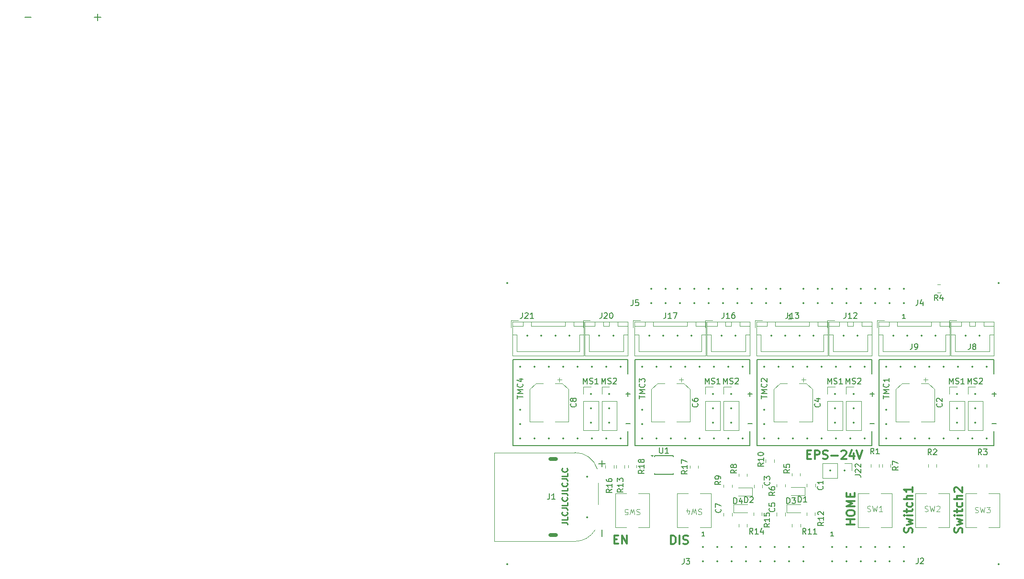
<source format=gto>
%TF.GenerationSoftware,KiCad,Pcbnew,8.0.3*%
%TF.CreationDate,2024-06-30T11:50:48+02:00*%
%TF.ProjectId,StepperDriver-Shield_FRDM-MCXA153,53746570-7065-4724-9472-697665722d53,rev?*%
%TF.SameCoordinates,Original*%
%TF.FileFunction,Legend,Top*%
%TF.FilePolarity,Positive*%
%FSLAX46Y46*%
G04 Gerber Fmt 4.6, Leading zero omitted, Abs format (unit mm)*
G04 Created by KiCad (PCBNEW 8.0.3) date 2024-06-30 11:50:48*
%MOMM*%
%LPD*%
G01*
G04 APERTURE LIST*
%ADD10C,0.300000*%
%ADD11C,0.250000*%
%ADD12C,0.150000*%
%ADD13C,0.206375*%
%ADD14C,0.100000*%
%ADD15C,0.127000*%
%ADD16C,0.120000*%
%ADD17C,0.350000*%
%ADD18O,1.700000X0.600000*%
G04 APERTURE END LIST*
D10*
X148848028Y-112983489D02*
X147348028Y-112983489D01*
X148062314Y-112983489D02*
X148062314Y-112126346D01*
X148848028Y-112126346D02*
X147348028Y-112126346D01*
X147348028Y-111126345D02*
X147348028Y-110840631D01*
X147348028Y-110840631D02*
X147419457Y-110697774D01*
X147419457Y-110697774D02*
X147562314Y-110554917D01*
X147562314Y-110554917D02*
X147848028Y-110483488D01*
X147848028Y-110483488D02*
X148348028Y-110483488D01*
X148348028Y-110483488D02*
X148633742Y-110554917D01*
X148633742Y-110554917D02*
X148776600Y-110697774D01*
X148776600Y-110697774D02*
X148848028Y-110840631D01*
X148848028Y-110840631D02*
X148848028Y-111126345D01*
X148848028Y-111126345D02*
X148776600Y-111269203D01*
X148776600Y-111269203D02*
X148633742Y-111412060D01*
X148633742Y-111412060D02*
X148348028Y-111483488D01*
X148348028Y-111483488D02*
X147848028Y-111483488D01*
X147848028Y-111483488D02*
X147562314Y-111412060D01*
X147562314Y-111412060D02*
X147419457Y-111269203D01*
X147419457Y-111269203D02*
X147348028Y-111126345D01*
X148848028Y-109840631D02*
X147348028Y-109840631D01*
X147348028Y-109840631D02*
X148419457Y-109340631D01*
X148419457Y-109340631D02*
X147348028Y-108840631D01*
X147348028Y-108840631D02*
X148848028Y-108840631D01*
X148062314Y-108126345D02*
X148062314Y-107626345D01*
X148848028Y-107412059D02*
X148848028Y-108126345D01*
X148848028Y-108126345D02*
X147348028Y-108126345D01*
X147348028Y-108126345D02*
X147348028Y-107412059D01*
X106269310Y-115651914D02*
X106769310Y-115651914D01*
X106983596Y-116437628D02*
X106269310Y-116437628D01*
X106269310Y-116437628D02*
X106269310Y-114937628D01*
X106269310Y-114937628D02*
X106983596Y-114937628D01*
X107626453Y-116437628D02*
X107626453Y-114937628D01*
X107626453Y-114937628D02*
X108483596Y-116437628D01*
X108483596Y-116437628D02*
X108483596Y-114937628D01*
D11*
X97010219Y-112646517D02*
X97724504Y-112646517D01*
X97724504Y-112646517D02*
X97867361Y-112694136D01*
X97867361Y-112694136D02*
X97962600Y-112789374D01*
X97962600Y-112789374D02*
X98010219Y-112932231D01*
X98010219Y-112932231D02*
X98010219Y-113027469D01*
X98010219Y-111694136D02*
X98010219Y-112170326D01*
X98010219Y-112170326D02*
X97010219Y-112170326D01*
X97914980Y-110789374D02*
X97962600Y-110836993D01*
X97962600Y-110836993D02*
X98010219Y-110979850D01*
X98010219Y-110979850D02*
X98010219Y-111075088D01*
X98010219Y-111075088D02*
X97962600Y-111217945D01*
X97962600Y-111217945D02*
X97867361Y-111313183D01*
X97867361Y-111313183D02*
X97772123Y-111360802D01*
X97772123Y-111360802D02*
X97581647Y-111408421D01*
X97581647Y-111408421D02*
X97438790Y-111408421D01*
X97438790Y-111408421D02*
X97248314Y-111360802D01*
X97248314Y-111360802D02*
X97153076Y-111313183D01*
X97153076Y-111313183D02*
X97057838Y-111217945D01*
X97057838Y-111217945D02*
X97010219Y-111075088D01*
X97010219Y-111075088D02*
X97010219Y-110979850D01*
X97010219Y-110979850D02*
X97057838Y-110836993D01*
X97057838Y-110836993D02*
X97105457Y-110789374D01*
X97010219Y-110075088D02*
X97724504Y-110075088D01*
X97724504Y-110075088D02*
X97867361Y-110122707D01*
X97867361Y-110122707D02*
X97962600Y-110217945D01*
X97962600Y-110217945D02*
X98010219Y-110360802D01*
X98010219Y-110360802D02*
X98010219Y-110456040D01*
X98010219Y-109122707D02*
X98010219Y-109598897D01*
X98010219Y-109598897D02*
X97010219Y-109598897D01*
X97914980Y-108217945D02*
X97962600Y-108265564D01*
X97962600Y-108265564D02*
X98010219Y-108408421D01*
X98010219Y-108408421D02*
X98010219Y-108503659D01*
X98010219Y-108503659D02*
X97962600Y-108646516D01*
X97962600Y-108646516D02*
X97867361Y-108741754D01*
X97867361Y-108741754D02*
X97772123Y-108789373D01*
X97772123Y-108789373D02*
X97581647Y-108836992D01*
X97581647Y-108836992D02*
X97438790Y-108836992D01*
X97438790Y-108836992D02*
X97248314Y-108789373D01*
X97248314Y-108789373D02*
X97153076Y-108741754D01*
X97153076Y-108741754D02*
X97057838Y-108646516D01*
X97057838Y-108646516D02*
X97010219Y-108503659D01*
X97010219Y-108503659D02*
X97010219Y-108408421D01*
X97010219Y-108408421D02*
X97057838Y-108265564D01*
X97057838Y-108265564D02*
X97105457Y-108217945D01*
X97010219Y-107503659D02*
X97724504Y-107503659D01*
X97724504Y-107503659D02*
X97867361Y-107551278D01*
X97867361Y-107551278D02*
X97962600Y-107646516D01*
X97962600Y-107646516D02*
X98010219Y-107789373D01*
X98010219Y-107789373D02*
X98010219Y-107884611D01*
X98010219Y-106551278D02*
X98010219Y-107027468D01*
X98010219Y-107027468D02*
X97010219Y-107027468D01*
X97914980Y-105646516D02*
X97962600Y-105694135D01*
X97962600Y-105694135D02*
X98010219Y-105836992D01*
X98010219Y-105836992D02*
X98010219Y-105932230D01*
X98010219Y-105932230D02*
X97962600Y-106075087D01*
X97962600Y-106075087D02*
X97867361Y-106170325D01*
X97867361Y-106170325D02*
X97772123Y-106217944D01*
X97772123Y-106217944D02*
X97581647Y-106265563D01*
X97581647Y-106265563D02*
X97438790Y-106265563D01*
X97438790Y-106265563D02*
X97248314Y-106217944D01*
X97248314Y-106217944D02*
X97153076Y-106170325D01*
X97153076Y-106170325D02*
X97057838Y-106075087D01*
X97057838Y-106075087D02*
X97010219Y-105932230D01*
X97010219Y-105932230D02*
X97010219Y-105836992D01*
X97010219Y-105836992D02*
X97057838Y-105694135D01*
X97057838Y-105694135D02*
X97105457Y-105646516D01*
X97010219Y-104932230D02*
X97724504Y-104932230D01*
X97724504Y-104932230D02*
X97867361Y-104979849D01*
X97867361Y-104979849D02*
X97962600Y-105075087D01*
X97962600Y-105075087D02*
X98010219Y-105217944D01*
X98010219Y-105217944D02*
X98010219Y-105313182D01*
X98010219Y-103979849D02*
X98010219Y-104456039D01*
X98010219Y-104456039D02*
X97010219Y-104456039D01*
X97914980Y-103075087D02*
X97962600Y-103122706D01*
X97962600Y-103122706D02*
X98010219Y-103265563D01*
X98010219Y-103265563D02*
X98010219Y-103360801D01*
X98010219Y-103360801D02*
X97962600Y-103503658D01*
X97962600Y-103503658D02*
X97867361Y-103598896D01*
X97867361Y-103598896D02*
X97772123Y-103646515D01*
X97772123Y-103646515D02*
X97581647Y-103694134D01*
X97581647Y-103694134D02*
X97438790Y-103694134D01*
X97438790Y-103694134D02*
X97248314Y-103646515D01*
X97248314Y-103646515D02*
X97153076Y-103598896D01*
X97153076Y-103598896D02*
X97057838Y-103503658D01*
X97057838Y-103503658D02*
X97010219Y-103360801D01*
X97010219Y-103360801D02*
X97010219Y-103265563D01*
X97010219Y-103265563D02*
X97057838Y-103122706D01*
X97057838Y-103122706D02*
X97105457Y-103075087D01*
D10*
X158987400Y-114477317D02*
X159058828Y-114263032D01*
X159058828Y-114263032D02*
X159058828Y-113905889D01*
X159058828Y-113905889D02*
X158987400Y-113763032D01*
X158987400Y-113763032D02*
X158915971Y-113691603D01*
X158915971Y-113691603D02*
X158773114Y-113620174D01*
X158773114Y-113620174D02*
X158630257Y-113620174D01*
X158630257Y-113620174D02*
X158487400Y-113691603D01*
X158487400Y-113691603D02*
X158415971Y-113763032D01*
X158415971Y-113763032D02*
X158344542Y-113905889D01*
X158344542Y-113905889D02*
X158273114Y-114191603D01*
X158273114Y-114191603D02*
X158201685Y-114334460D01*
X158201685Y-114334460D02*
X158130257Y-114405889D01*
X158130257Y-114405889D02*
X157987400Y-114477317D01*
X157987400Y-114477317D02*
X157844542Y-114477317D01*
X157844542Y-114477317D02*
X157701685Y-114405889D01*
X157701685Y-114405889D02*
X157630257Y-114334460D01*
X157630257Y-114334460D02*
X157558828Y-114191603D01*
X157558828Y-114191603D02*
X157558828Y-113834460D01*
X157558828Y-113834460D02*
X157630257Y-113620174D01*
X158058828Y-113120175D02*
X159058828Y-112834461D01*
X159058828Y-112834461D02*
X158344542Y-112548746D01*
X158344542Y-112548746D02*
X159058828Y-112263032D01*
X159058828Y-112263032D02*
X158058828Y-111977318D01*
X159058828Y-111405889D02*
X158058828Y-111405889D01*
X157558828Y-111405889D02*
X157630257Y-111477317D01*
X157630257Y-111477317D02*
X157701685Y-111405889D01*
X157701685Y-111405889D02*
X157630257Y-111334460D01*
X157630257Y-111334460D02*
X157558828Y-111405889D01*
X157558828Y-111405889D02*
X157701685Y-111405889D01*
X158058828Y-110905888D02*
X158058828Y-110334460D01*
X157558828Y-110691603D02*
X158844542Y-110691603D01*
X158844542Y-110691603D02*
X158987400Y-110620174D01*
X158987400Y-110620174D02*
X159058828Y-110477317D01*
X159058828Y-110477317D02*
X159058828Y-110334460D01*
X158987400Y-109191603D02*
X159058828Y-109334460D01*
X159058828Y-109334460D02*
X159058828Y-109620174D01*
X159058828Y-109620174D02*
X158987400Y-109763031D01*
X158987400Y-109763031D02*
X158915971Y-109834460D01*
X158915971Y-109834460D02*
X158773114Y-109905888D01*
X158773114Y-109905888D02*
X158344542Y-109905888D01*
X158344542Y-109905888D02*
X158201685Y-109834460D01*
X158201685Y-109834460D02*
X158130257Y-109763031D01*
X158130257Y-109763031D02*
X158058828Y-109620174D01*
X158058828Y-109620174D02*
X158058828Y-109334460D01*
X158058828Y-109334460D02*
X158130257Y-109191603D01*
X159058828Y-108548746D02*
X157558828Y-108548746D01*
X159058828Y-107905889D02*
X158273114Y-107905889D01*
X158273114Y-107905889D02*
X158130257Y-107977317D01*
X158130257Y-107977317D02*
X158058828Y-108120174D01*
X158058828Y-108120174D02*
X158058828Y-108334460D01*
X158058828Y-108334460D02*
X158130257Y-108477317D01*
X158130257Y-108477317D02*
X158201685Y-108548746D01*
X159058828Y-106405888D02*
X159058828Y-107263031D01*
X159058828Y-106834460D02*
X157558828Y-106834460D01*
X157558828Y-106834460D02*
X157773114Y-106977317D01*
X157773114Y-106977317D02*
X157915971Y-107120174D01*
X157915971Y-107120174D02*
X157987400Y-107263031D01*
D12*
X1989371Y-23198100D02*
X3132229Y-23198100D01*
X147301179Y-88109419D02*
X147301179Y-87109419D01*
X147301179Y-87109419D02*
X147634512Y-87823704D01*
X147634512Y-87823704D02*
X147967845Y-87109419D01*
X147967845Y-87109419D02*
X147967845Y-88109419D01*
X148396417Y-88061800D02*
X148539274Y-88109419D01*
X148539274Y-88109419D02*
X148777369Y-88109419D01*
X148777369Y-88109419D02*
X148872607Y-88061800D01*
X148872607Y-88061800D02*
X148920226Y-88014180D01*
X148920226Y-88014180D02*
X148967845Y-87918942D01*
X148967845Y-87918942D02*
X148967845Y-87823704D01*
X148967845Y-87823704D02*
X148920226Y-87728466D01*
X148920226Y-87728466D02*
X148872607Y-87680847D01*
X148872607Y-87680847D02*
X148777369Y-87633228D01*
X148777369Y-87633228D02*
X148586893Y-87585609D01*
X148586893Y-87585609D02*
X148491655Y-87537990D01*
X148491655Y-87537990D02*
X148444036Y-87490371D01*
X148444036Y-87490371D02*
X148396417Y-87395133D01*
X148396417Y-87395133D02*
X148396417Y-87299895D01*
X148396417Y-87299895D02*
X148444036Y-87204657D01*
X148444036Y-87204657D02*
X148491655Y-87157038D01*
X148491655Y-87157038D02*
X148586893Y-87109419D01*
X148586893Y-87109419D02*
X148824988Y-87109419D01*
X148824988Y-87109419D02*
X148967845Y-87157038D01*
X149348798Y-87204657D02*
X149396417Y-87157038D01*
X149396417Y-87157038D02*
X149491655Y-87109419D01*
X149491655Y-87109419D02*
X149729750Y-87109419D01*
X149729750Y-87109419D02*
X149824988Y-87157038D01*
X149824988Y-87157038D02*
X149872607Y-87204657D01*
X149872607Y-87204657D02*
X149920226Y-87299895D01*
X149920226Y-87299895D02*
X149920226Y-87395133D01*
X149920226Y-87395133D02*
X149872607Y-87537990D01*
X149872607Y-87537990D02*
X149301179Y-88109419D01*
X149301179Y-88109419D02*
X149920226Y-88109419D01*
X108337579Y-89912866D02*
X109099484Y-89912866D01*
X108718531Y-90293819D02*
X108718531Y-89531914D01*
X104070379Y-88109419D02*
X104070379Y-87109419D01*
X104070379Y-87109419D02*
X104403712Y-87823704D01*
X104403712Y-87823704D02*
X104737045Y-87109419D01*
X104737045Y-87109419D02*
X104737045Y-88109419D01*
X105165617Y-88061800D02*
X105308474Y-88109419D01*
X105308474Y-88109419D02*
X105546569Y-88109419D01*
X105546569Y-88109419D02*
X105641807Y-88061800D01*
X105641807Y-88061800D02*
X105689426Y-88014180D01*
X105689426Y-88014180D02*
X105737045Y-87918942D01*
X105737045Y-87918942D02*
X105737045Y-87823704D01*
X105737045Y-87823704D02*
X105689426Y-87728466D01*
X105689426Y-87728466D02*
X105641807Y-87680847D01*
X105641807Y-87680847D02*
X105546569Y-87633228D01*
X105546569Y-87633228D02*
X105356093Y-87585609D01*
X105356093Y-87585609D02*
X105260855Y-87537990D01*
X105260855Y-87537990D02*
X105213236Y-87490371D01*
X105213236Y-87490371D02*
X105165617Y-87395133D01*
X105165617Y-87395133D02*
X105165617Y-87299895D01*
X105165617Y-87299895D02*
X105213236Y-87204657D01*
X105213236Y-87204657D02*
X105260855Y-87157038D01*
X105260855Y-87157038D02*
X105356093Y-87109419D01*
X105356093Y-87109419D02*
X105594188Y-87109419D01*
X105594188Y-87109419D02*
X105737045Y-87157038D01*
X106117998Y-87204657D02*
X106165617Y-87157038D01*
X106165617Y-87157038D02*
X106260855Y-87109419D01*
X106260855Y-87109419D02*
X106498950Y-87109419D01*
X106498950Y-87109419D02*
X106594188Y-87157038D01*
X106594188Y-87157038D02*
X106641807Y-87204657D01*
X106641807Y-87204657D02*
X106689426Y-87299895D01*
X106689426Y-87299895D02*
X106689426Y-87395133D01*
X106689426Y-87395133D02*
X106641807Y-87537990D01*
X106641807Y-87537990D02*
X106070379Y-88109419D01*
X106070379Y-88109419D02*
X106689426Y-88109419D01*
D13*
X157766657Y-76571160D02*
X157294943Y-76571160D01*
X157530800Y-76571160D02*
X157530800Y-75745660D01*
X157530800Y-75745660D02*
X157452181Y-75863589D01*
X157452181Y-75863589D02*
X157373562Y-75942208D01*
X157373562Y-75942208D02*
X157294943Y-75981517D01*
D10*
X167826600Y-114477317D02*
X167898028Y-114263032D01*
X167898028Y-114263032D02*
X167898028Y-113905889D01*
X167898028Y-113905889D02*
X167826600Y-113763032D01*
X167826600Y-113763032D02*
X167755171Y-113691603D01*
X167755171Y-113691603D02*
X167612314Y-113620174D01*
X167612314Y-113620174D02*
X167469457Y-113620174D01*
X167469457Y-113620174D02*
X167326600Y-113691603D01*
X167326600Y-113691603D02*
X167255171Y-113763032D01*
X167255171Y-113763032D02*
X167183742Y-113905889D01*
X167183742Y-113905889D02*
X167112314Y-114191603D01*
X167112314Y-114191603D02*
X167040885Y-114334460D01*
X167040885Y-114334460D02*
X166969457Y-114405889D01*
X166969457Y-114405889D02*
X166826600Y-114477317D01*
X166826600Y-114477317D02*
X166683742Y-114477317D01*
X166683742Y-114477317D02*
X166540885Y-114405889D01*
X166540885Y-114405889D02*
X166469457Y-114334460D01*
X166469457Y-114334460D02*
X166398028Y-114191603D01*
X166398028Y-114191603D02*
X166398028Y-113834460D01*
X166398028Y-113834460D02*
X166469457Y-113620174D01*
X166898028Y-113120175D02*
X167898028Y-112834461D01*
X167898028Y-112834461D02*
X167183742Y-112548746D01*
X167183742Y-112548746D02*
X167898028Y-112263032D01*
X167898028Y-112263032D02*
X166898028Y-111977318D01*
X167898028Y-111405889D02*
X166898028Y-111405889D01*
X166398028Y-111405889D02*
X166469457Y-111477317D01*
X166469457Y-111477317D02*
X166540885Y-111405889D01*
X166540885Y-111405889D02*
X166469457Y-111334460D01*
X166469457Y-111334460D02*
X166398028Y-111405889D01*
X166398028Y-111405889D02*
X166540885Y-111405889D01*
X166898028Y-110905888D02*
X166898028Y-110334460D01*
X166398028Y-110691603D02*
X167683742Y-110691603D01*
X167683742Y-110691603D02*
X167826600Y-110620174D01*
X167826600Y-110620174D02*
X167898028Y-110477317D01*
X167898028Y-110477317D02*
X167898028Y-110334460D01*
X167826600Y-109191603D02*
X167898028Y-109334460D01*
X167898028Y-109334460D02*
X167898028Y-109620174D01*
X167898028Y-109620174D02*
X167826600Y-109763031D01*
X167826600Y-109763031D02*
X167755171Y-109834460D01*
X167755171Y-109834460D02*
X167612314Y-109905888D01*
X167612314Y-109905888D02*
X167183742Y-109905888D01*
X167183742Y-109905888D02*
X167040885Y-109834460D01*
X167040885Y-109834460D02*
X166969457Y-109763031D01*
X166969457Y-109763031D02*
X166898028Y-109620174D01*
X166898028Y-109620174D02*
X166898028Y-109334460D01*
X166898028Y-109334460D02*
X166969457Y-109191603D01*
X167898028Y-108548746D02*
X166398028Y-108548746D01*
X167898028Y-107905889D02*
X167112314Y-107905889D01*
X167112314Y-107905889D02*
X166969457Y-107977317D01*
X166969457Y-107977317D02*
X166898028Y-108120174D01*
X166898028Y-108120174D02*
X166898028Y-108334460D01*
X166898028Y-108334460D02*
X166969457Y-108477317D01*
X166969457Y-108477317D02*
X167040885Y-108548746D01*
X166540885Y-107263031D02*
X166469457Y-107191603D01*
X166469457Y-107191603D02*
X166398028Y-107048746D01*
X166398028Y-107048746D02*
X166398028Y-106691603D01*
X166398028Y-106691603D02*
X166469457Y-106548746D01*
X166469457Y-106548746D02*
X166540885Y-106477317D01*
X166540885Y-106477317D02*
X166683742Y-106405888D01*
X166683742Y-106405888D02*
X166826600Y-106405888D01*
X166826600Y-106405888D02*
X167040885Y-106477317D01*
X167040885Y-106477317D02*
X167898028Y-107334460D01*
X167898028Y-107334460D02*
X167898028Y-106405888D01*
D12*
X144049979Y-88109419D02*
X144049979Y-87109419D01*
X144049979Y-87109419D02*
X144383312Y-87823704D01*
X144383312Y-87823704D02*
X144716645Y-87109419D01*
X144716645Y-87109419D02*
X144716645Y-88109419D01*
X145145217Y-88061800D02*
X145288074Y-88109419D01*
X145288074Y-88109419D02*
X145526169Y-88109419D01*
X145526169Y-88109419D02*
X145621407Y-88061800D01*
X145621407Y-88061800D02*
X145669026Y-88014180D01*
X145669026Y-88014180D02*
X145716645Y-87918942D01*
X145716645Y-87918942D02*
X145716645Y-87823704D01*
X145716645Y-87823704D02*
X145669026Y-87728466D01*
X145669026Y-87728466D02*
X145621407Y-87680847D01*
X145621407Y-87680847D02*
X145526169Y-87633228D01*
X145526169Y-87633228D02*
X145335693Y-87585609D01*
X145335693Y-87585609D02*
X145240455Y-87537990D01*
X145240455Y-87537990D02*
X145192836Y-87490371D01*
X145192836Y-87490371D02*
X145145217Y-87395133D01*
X145145217Y-87395133D02*
X145145217Y-87299895D01*
X145145217Y-87299895D02*
X145192836Y-87204657D01*
X145192836Y-87204657D02*
X145240455Y-87157038D01*
X145240455Y-87157038D02*
X145335693Y-87109419D01*
X145335693Y-87109419D02*
X145573788Y-87109419D01*
X145573788Y-87109419D02*
X145716645Y-87157038D01*
X146669026Y-88109419D02*
X146097598Y-88109419D01*
X146383312Y-88109419D02*
X146383312Y-87109419D01*
X146383312Y-87109419D02*
X146288074Y-87252276D01*
X146288074Y-87252276D02*
X146192836Y-87347514D01*
X146192836Y-87347514D02*
X146097598Y-87395133D01*
X168840379Y-88109419D02*
X168840379Y-87109419D01*
X168840379Y-87109419D02*
X169173712Y-87823704D01*
X169173712Y-87823704D02*
X169507045Y-87109419D01*
X169507045Y-87109419D02*
X169507045Y-88109419D01*
X169935617Y-88061800D02*
X170078474Y-88109419D01*
X170078474Y-88109419D02*
X170316569Y-88109419D01*
X170316569Y-88109419D02*
X170411807Y-88061800D01*
X170411807Y-88061800D02*
X170459426Y-88014180D01*
X170459426Y-88014180D02*
X170507045Y-87918942D01*
X170507045Y-87918942D02*
X170507045Y-87823704D01*
X170507045Y-87823704D02*
X170459426Y-87728466D01*
X170459426Y-87728466D02*
X170411807Y-87680847D01*
X170411807Y-87680847D02*
X170316569Y-87633228D01*
X170316569Y-87633228D02*
X170126093Y-87585609D01*
X170126093Y-87585609D02*
X170030855Y-87537990D01*
X170030855Y-87537990D02*
X169983236Y-87490371D01*
X169983236Y-87490371D02*
X169935617Y-87395133D01*
X169935617Y-87395133D02*
X169935617Y-87299895D01*
X169935617Y-87299895D02*
X169983236Y-87204657D01*
X169983236Y-87204657D02*
X170030855Y-87157038D01*
X170030855Y-87157038D02*
X170126093Y-87109419D01*
X170126093Y-87109419D02*
X170364188Y-87109419D01*
X170364188Y-87109419D02*
X170507045Y-87157038D01*
X170887998Y-87204657D02*
X170935617Y-87157038D01*
X170935617Y-87157038D02*
X171030855Y-87109419D01*
X171030855Y-87109419D02*
X171268950Y-87109419D01*
X171268950Y-87109419D02*
X171364188Y-87157038D01*
X171364188Y-87157038D02*
X171411807Y-87204657D01*
X171411807Y-87204657D02*
X171459426Y-87299895D01*
X171459426Y-87299895D02*
X171459426Y-87395133D01*
X171459426Y-87395133D02*
X171411807Y-87537990D01*
X171411807Y-87537990D02*
X170840379Y-88109419D01*
X170840379Y-88109419D02*
X171459426Y-88109419D01*
X100819179Y-88109419D02*
X100819179Y-87109419D01*
X100819179Y-87109419D02*
X101152512Y-87823704D01*
X101152512Y-87823704D02*
X101485845Y-87109419D01*
X101485845Y-87109419D02*
X101485845Y-88109419D01*
X101914417Y-88061800D02*
X102057274Y-88109419D01*
X102057274Y-88109419D02*
X102295369Y-88109419D01*
X102295369Y-88109419D02*
X102390607Y-88061800D01*
X102390607Y-88061800D02*
X102438226Y-88014180D01*
X102438226Y-88014180D02*
X102485845Y-87918942D01*
X102485845Y-87918942D02*
X102485845Y-87823704D01*
X102485845Y-87823704D02*
X102438226Y-87728466D01*
X102438226Y-87728466D02*
X102390607Y-87680847D01*
X102390607Y-87680847D02*
X102295369Y-87633228D01*
X102295369Y-87633228D02*
X102104893Y-87585609D01*
X102104893Y-87585609D02*
X102009655Y-87537990D01*
X102009655Y-87537990D02*
X101962036Y-87490371D01*
X101962036Y-87490371D02*
X101914417Y-87395133D01*
X101914417Y-87395133D02*
X101914417Y-87299895D01*
X101914417Y-87299895D02*
X101962036Y-87204657D01*
X101962036Y-87204657D02*
X102009655Y-87157038D01*
X102009655Y-87157038D02*
X102104893Y-87109419D01*
X102104893Y-87109419D02*
X102342988Y-87109419D01*
X102342988Y-87109419D02*
X102485845Y-87157038D01*
X103438226Y-88109419D02*
X102866798Y-88109419D01*
X103152512Y-88109419D02*
X103152512Y-87109419D01*
X103152512Y-87109419D02*
X103057274Y-87252276D01*
X103057274Y-87252276D02*
X102962036Y-87347514D01*
X102962036Y-87347514D02*
X102866798Y-87395133D01*
X173132979Y-89912866D02*
X173894884Y-89912866D01*
X173513931Y-90293819D02*
X173513931Y-89531914D01*
X129927579Y-95119866D02*
X130689484Y-95119866D01*
D13*
X145066657Y-115077560D02*
X144594943Y-115077560D01*
X144830800Y-115077560D02*
X144830800Y-114252060D01*
X144830800Y-114252060D02*
X144752181Y-114369989D01*
X144752181Y-114369989D02*
X144673562Y-114448608D01*
X144673562Y-114448608D02*
X144594943Y-114487917D01*
D10*
X116327710Y-116488428D02*
X116327710Y-114988428D01*
X116327710Y-114988428D02*
X116684853Y-114988428D01*
X116684853Y-114988428D02*
X116899139Y-115059857D01*
X116899139Y-115059857D02*
X117041996Y-115202714D01*
X117041996Y-115202714D02*
X117113425Y-115345571D01*
X117113425Y-115345571D02*
X117184853Y-115631285D01*
X117184853Y-115631285D02*
X117184853Y-115845571D01*
X117184853Y-115845571D02*
X117113425Y-116131285D01*
X117113425Y-116131285D02*
X117041996Y-116274142D01*
X117041996Y-116274142D02*
X116899139Y-116417000D01*
X116899139Y-116417000D02*
X116684853Y-116488428D01*
X116684853Y-116488428D02*
X116327710Y-116488428D01*
X117827710Y-116488428D02*
X117827710Y-114988428D01*
X118470568Y-116417000D02*
X118684854Y-116488428D01*
X118684854Y-116488428D02*
X119041996Y-116488428D01*
X119041996Y-116488428D02*
X119184854Y-116417000D01*
X119184854Y-116417000D02*
X119256282Y-116345571D01*
X119256282Y-116345571D02*
X119327711Y-116202714D01*
X119327711Y-116202714D02*
X119327711Y-116059857D01*
X119327711Y-116059857D02*
X119256282Y-115917000D01*
X119256282Y-115917000D02*
X119184854Y-115845571D01*
X119184854Y-115845571D02*
X119041996Y-115774142D01*
X119041996Y-115774142D02*
X118756282Y-115702714D01*
X118756282Y-115702714D02*
X118613425Y-115631285D01*
X118613425Y-115631285D02*
X118541996Y-115559857D01*
X118541996Y-115559857D02*
X118470568Y-115417000D01*
X118470568Y-115417000D02*
X118470568Y-115274142D01*
X118470568Y-115274142D02*
X118541996Y-115131285D01*
X118541996Y-115131285D02*
X118613425Y-115059857D01*
X118613425Y-115059857D02*
X118756282Y-114988428D01*
X118756282Y-114988428D02*
X119113425Y-114988428D01*
X119113425Y-114988428D02*
X119327711Y-115059857D01*
D12*
X173132979Y-95119866D02*
X173894884Y-95119866D01*
X151542979Y-89912866D02*
X152304884Y-89912866D01*
X151923931Y-90293819D02*
X151923931Y-89531914D01*
X125634979Y-88109419D02*
X125634979Y-87109419D01*
X125634979Y-87109419D02*
X125968312Y-87823704D01*
X125968312Y-87823704D02*
X126301645Y-87109419D01*
X126301645Y-87109419D02*
X126301645Y-88109419D01*
X126730217Y-88061800D02*
X126873074Y-88109419D01*
X126873074Y-88109419D02*
X127111169Y-88109419D01*
X127111169Y-88109419D02*
X127206407Y-88061800D01*
X127206407Y-88061800D02*
X127254026Y-88014180D01*
X127254026Y-88014180D02*
X127301645Y-87918942D01*
X127301645Y-87918942D02*
X127301645Y-87823704D01*
X127301645Y-87823704D02*
X127254026Y-87728466D01*
X127254026Y-87728466D02*
X127206407Y-87680847D01*
X127206407Y-87680847D02*
X127111169Y-87633228D01*
X127111169Y-87633228D02*
X126920693Y-87585609D01*
X126920693Y-87585609D02*
X126825455Y-87537990D01*
X126825455Y-87537990D02*
X126777836Y-87490371D01*
X126777836Y-87490371D02*
X126730217Y-87395133D01*
X126730217Y-87395133D02*
X126730217Y-87299895D01*
X126730217Y-87299895D02*
X126777836Y-87204657D01*
X126777836Y-87204657D02*
X126825455Y-87157038D01*
X126825455Y-87157038D02*
X126920693Y-87109419D01*
X126920693Y-87109419D02*
X127158788Y-87109419D01*
X127158788Y-87109419D02*
X127301645Y-87157038D01*
X127682598Y-87204657D02*
X127730217Y-87157038D01*
X127730217Y-87157038D02*
X127825455Y-87109419D01*
X127825455Y-87109419D02*
X128063550Y-87109419D01*
X128063550Y-87109419D02*
X128158788Y-87157038D01*
X128158788Y-87157038D02*
X128206407Y-87204657D01*
X128206407Y-87204657D02*
X128254026Y-87299895D01*
X128254026Y-87299895D02*
X128254026Y-87395133D01*
X128254026Y-87395133D02*
X128206407Y-87537990D01*
X128206407Y-87537990D02*
X127634979Y-88109419D01*
X127634979Y-88109419D02*
X128254026Y-88109419D01*
X14289371Y-23198100D02*
X15432229Y-23198100D01*
X14860800Y-23769528D02*
X14860800Y-22626671D01*
D10*
X140406910Y-100615114D02*
X140906910Y-100615114D01*
X141121196Y-101400828D02*
X140406910Y-101400828D01*
X140406910Y-101400828D02*
X140406910Y-99900828D01*
X140406910Y-99900828D02*
X141121196Y-99900828D01*
X141764053Y-101400828D02*
X141764053Y-99900828D01*
X141764053Y-99900828D02*
X142335482Y-99900828D01*
X142335482Y-99900828D02*
X142478339Y-99972257D01*
X142478339Y-99972257D02*
X142549768Y-100043685D01*
X142549768Y-100043685D02*
X142621196Y-100186542D01*
X142621196Y-100186542D02*
X142621196Y-100400828D01*
X142621196Y-100400828D02*
X142549768Y-100543685D01*
X142549768Y-100543685D02*
X142478339Y-100615114D01*
X142478339Y-100615114D02*
X142335482Y-100686542D01*
X142335482Y-100686542D02*
X141764053Y-100686542D01*
X143192625Y-101329400D02*
X143406911Y-101400828D01*
X143406911Y-101400828D02*
X143764053Y-101400828D01*
X143764053Y-101400828D02*
X143906911Y-101329400D01*
X143906911Y-101329400D02*
X143978339Y-101257971D01*
X143978339Y-101257971D02*
X144049768Y-101115114D01*
X144049768Y-101115114D02*
X144049768Y-100972257D01*
X144049768Y-100972257D02*
X143978339Y-100829400D01*
X143978339Y-100829400D02*
X143906911Y-100757971D01*
X143906911Y-100757971D02*
X143764053Y-100686542D01*
X143764053Y-100686542D02*
X143478339Y-100615114D01*
X143478339Y-100615114D02*
X143335482Y-100543685D01*
X143335482Y-100543685D02*
X143264053Y-100472257D01*
X143264053Y-100472257D02*
X143192625Y-100329400D01*
X143192625Y-100329400D02*
X143192625Y-100186542D01*
X143192625Y-100186542D02*
X143264053Y-100043685D01*
X143264053Y-100043685D02*
X143335482Y-99972257D01*
X143335482Y-99972257D02*
X143478339Y-99900828D01*
X143478339Y-99900828D02*
X143835482Y-99900828D01*
X143835482Y-99900828D02*
X144049768Y-99972257D01*
X144692624Y-100829400D02*
X145835482Y-100829400D01*
X146478339Y-100043685D02*
X146549767Y-99972257D01*
X146549767Y-99972257D02*
X146692625Y-99900828D01*
X146692625Y-99900828D02*
X147049767Y-99900828D01*
X147049767Y-99900828D02*
X147192625Y-99972257D01*
X147192625Y-99972257D02*
X147264053Y-100043685D01*
X147264053Y-100043685D02*
X147335482Y-100186542D01*
X147335482Y-100186542D02*
X147335482Y-100329400D01*
X147335482Y-100329400D02*
X147264053Y-100543685D01*
X147264053Y-100543685D02*
X146406910Y-101400828D01*
X146406910Y-101400828D02*
X147335482Y-101400828D01*
X148621196Y-100400828D02*
X148621196Y-101400828D01*
X148264053Y-99829400D02*
X147906910Y-100900828D01*
X147906910Y-100900828D02*
X148835481Y-100900828D01*
X149192624Y-99900828D02*
X149692624Y-101400828D01*
X149692624Y-101400828D02*
X150192624Y-99900828D01*
D13*
X137607109Y-76636708D02*
X137135395Y-76636708D01*
X137371252Y-76636708D02*
X137371252Y-75811208D01*
X137371252Y-75811208D02*
X137292633Y-75929137D01*
X137292633Y-75929137D02*
X137214014Y-76007756D01*
X137214014Y-76007756D02*
X137135395Y-76047065D01*
D12*
X151542979Y-95119866D02*
X152304884Y-95119866D01*
X108337579Y-95119866D02*
X109099484Y-95119866D01*
X122383779Y-88109419D02*
X122383779Y-87109419D01*
X122383779Y-87109419D02*
X122717112Y-87823704D01*
X122717112Y-87823704D02*
X123050445Y-87109419D01*
X123050445Y-87109419D02*
X123050445Y-88109419D01*
X123479017Y-88061800D02*
X123621874Y-88109419D01*
X123621874Y-88109419D02*
X123859969Y-88109419D01*
X123859969Y-88109419D02*
X123955207Y-88061800D01*
X123955207Y-88061800D02*
X124002826Y-88014180D01*
X124002826Y-88014180D02*
X124050445Y-87918942D01*
X124050445Y-87918942D02*
X124050445Y-87823704D01*
X124050445Y-87823704D02*
X124002826Y-87728466D01*
X124002826Y-87728466D02*
X123955207Y-87680847D01*
X123955207Y-87680847D02*
X123859969Y-87633228D01*
X123859969Y-87633228D02*
X123669493Y-87585609D01*
X123669493Y-87585609D02*
X123574255Y-87537990D01*
X123574255Y-87537990D02*
X123526636Y-87490371D01*
X123526636Y-87490371D02*
X123479017Y-87395133D01*
X123479017Y-87395133D02*
X123479017Y-87299895D01*
X123479017Y-87299895D02*
X123526636Y-87204657D01*
X123526636Y-87204657D02*
X123574255Y-87157038D01*
X123574255Y-87157038D02*
X123669493Y-87109419D01*
X123669493Y-87109419D02*
X123907588Y-87109419D01*
X123907588Y-87109419D02*
X124050445Y-87157038D01*
X125002826Y-88109419D02*
X124431398Y-88109419D01*
X124717112Y-88109419D02*
X124717112Y-87109419D01*
X124717112Y-87109419D02*
X124621874Y-87252276D01*
X124621874Y-87252276D02*
X124526636Y-87347514D01*
X124526636Y-87347514D02*
X124431398Y-87395133D01*
X129927579Y-89912866D02*
X130689484Y-89912866D01*
X130308531Y-90293819D02*
X130308531Y-89531914D01*
X165589179Y-88109419D02*
X165589179Y-87109419D01*
X165589179Y-87109419D02*
X165922512Y-87823704D01*
X165922512Y-87823704D02*
X166255845Y-87109419D01*
X166255845Y-87109419D02*
X166255845Y-88109419D01*
X166684417Y-88061800D02*
X166827274Y-88109419D01*
X166827274Y-88109419D02*
X167065369Y-88109419D01*
X167065369Y-88109419D02*
X167160607Y-88061800D01*
X167160607Y-88061800D02*
X167208226Y-88014180D01*
X167208226Y-88014180D02*
X167255845Y-87918942D01*
X167255845Y-87918942D02*
X167255845Y-87823704D01*
X167255845Y-87823704D02*
X167208226Y-87728466D01*
X167208226Y-87728466D02*
X167160607Y-87680847D01*
X167160607Y-87680847D02*
X167065369Y-87633228D01*
X167065369Y-87633228D02*
X166874893Y-87585609D01*
X166874893Y-87585609D02*
X166779655Y-87537990D01*
X166779655Y-87537990D02*
X166732036Y-87490371D01*
X166732036Y-87490371D02*
X166684417Y-87395133D01*
X166684417Y-87395133D02*
X166684417Y-87299895D01*
X166684417Y-87299895D02*
X166732036Y-87204657D01*
X166732036Y-87204657D02*
X166779655Y-87157038D01*
X166779655Y-87157038D02*
X166874893Y-87109419D01*
X166874893Y-87109419D02*
X167112988Y-87109419D01*
X167112988Y-87109419D02*
X167255845Y-87157038D01*
X168208226Y-88109419D02*
X167636798Y-88109419D01*
X167922512Y-88109419D02*
X167922512Y-87109419D01*
X167922512Y-87109419D02*
X167827274Y-87252276D01*
X167827274Y-87252276D02*
X167732036Y-87347514D01*
X167732036Y-87347514D02*
X167636798Y-87395133D01*
D13*
X122257457Y-115077560D02*
X121785743Y-115077560D01*
X122021600Y-115077560D02*
X122021600Y-114252060D01*
X122021600Y-114252060D02*
X121942981Y-114369989D01*
X121942981Y-114369989D02*
X121864362Y-114448608D01*
X121864362Y-114448608D02*
X121785743Y-114487917D01*
D12*
X110706819Y-90733332D02*
X110706819Y-90161904D01*
X111706819Y-90447618D02*
X110706819Y-90447618D01*
X111706819Y-89828570D02*
X110706819Y-89828570D01*
X110706819Y-89828570D02*
X111421104Y-89495237D01*
X111421104Y-89495237D02*
X110706819Y-89161904D01*
X110706819Y-89161904D02*
X111706819Y-89161904D01*
X111611580Y-88114285D02*
X111659200Y-88161904D01*
X111659200Y-88161904D02*
X111706819Y-88304761D01*
X111706819Y-88304761D02*
X111706819Y-88399999D01*
X111706819Y-88399999D02*
X111659200Y-88542856D01*
X111659200Y-88542856D02*
X111563961Y-88638094D01*
X111563961Y-88638094D02*
X111468723Y-88685713D01*
X111468723Y-88685713D02*
X111278247Y-88733332D01*
X111278247Y-88733332D02*
X111135390Y-88733332D01*
X111135390Y-88733332D02*
X110944914Y-88685713D01*
X110944914Y-88685713D02*
X110849676Y-88638094D01*
X110849676Y-88638094D02*
X110754438Y-88542856D01*
X110754438Y-88542856D02*
X110706819Y-88399999D01*
X110706819Y-88399999D02*
X110706819Y-88304761D01*
X110706819Y-88304761D02*
X110754438Y-88161904D01*
X110754438Y-88161904D02*
X110802057Y-88114285D01*
X110706819Y-87780951D02*
X110706819Y-87161904D01*
X110706819Y-87161904D02*
X111087771Y-87495237D01*
X111087771Y-87495237D02*
X111087771Y-87352380D01*
X111087771Y-87352380D02*
X111135390Y-87257142D01*
X111135390Y-87257142D02*
X111183009Y-87209523D01*
X111183009Y-87209523D02*
X111278247Y-87161904D01*
X111278247Y-87161904D02*
X111516342Y-87161904D01*
X111516342Y-87161904D02*
X111611580Y-87209523D01*
X111611580Y-87209523D02*
X111659200Y-87257142D01*
X111659200Y-87257142D02*
X111706819Y-87352380D01*
X111706819Y-87352380D02*
X111706819Y-87638094D01*
X111706819Y-87638094D02*
X111659200Y-87733332D01*
X111659200Y-87733332D02*
X111611580Y-87780951D01*
X156536819Y-102782666D02*
X156060628Y-103115999D01*
X156536819Y-103354094D02*
X155536819Y-103354094D01*
X155536819Y-103354094D02*
X155536819Y-102973142D01*
X155536819Y-102973142D02*
X155584438Y-102877904D01*
X155584438Y-102877904D02*
X155632057Y-102830285D01*
X155632057Y-102830285D02*
X155727295Y-102782666D01*
X155727295Y-102782666D02*
X155870152Y-102782666D01*
X155870152Y-102782666D02*
X155965390Y-102830285D01*
X155965390Y-102830285D02*
X156013009Y-102877904D01*
X156013009Y-102877904D02*
X156060628Y-102973142D01*
X156060628Y-102973142D02*
X156060628Y-103354094D01*
X155536819Y-102449332D02*
X155536819Y-101782666D01*
X155536819Y-101782666D02*
X156536819Y-102211237D01*
X133734980Y-105449666D02*
X133782600Y-105497285D01*
X133782600Y-105497285D02*
X133830219Y-105640142D01*
X133830219Y-105640142D02*
X133830219Y-105735380D01*
X133830219Y-105735380D02*
X133782600Y-105878237D01*
X133782600Y-105878237D02*
X133687361Y-105973475D01*
X133687361Y-105973475D02*
X133592123Y-106021094D01*
X133592123Y-106021094D02*
X133401647Y-106068713D01*
X133401647Y-106068713D02*
X133258790Y-106068713D01*
X133258790Y-106068713D02*
X133068314Y-106021094D01*
X133068314Y-106021094D02*
X132973076Y-105973475D01*
X132973076Y-105973475D02*
X132877838Y-105878237D01*
X132877838Y-105878237D02*
X132830219Y-105735380D01*
X132830219Y-105735380D02*
X132830219Y-105640142D01*
X132830219Y-105640142D02*
X132877838Y-105497285D01*
X132877838Y-105497285D02*
X132925457Y-105449666D01*
X132830219Y-105116332D02*
X132830219Y-104497285D01*
X132830219Y-104497285D02*
X133211171Y-104830618D01*
X133211171Y-104830618D02*
X133211171Y-104687761D01*
X133211171Y-104687761D02*
X133258790Y-104592523D01*
X133258790Y-104592523D02*
X133306409Y-104544904D01*
X133306409Y-104544904D02*
X133401647Y-104497285D01*
X133401647Y-104497285D02*
X133639742Y-104497285D01*
X133639742Y-104497285D02*
X133734980Y-104544904D01*
X133734980Y-104544904D02*
X133782600Y-104592523D01*
X133782600Y-104592523D02*
X133830219Y-104687761D01*
X133830219Y-104687761D02*
X133830219Y-104973475D01*
X133830219Y-104973475D02*
X133782600Y-105068713D01*
X133782600Y-105068713D02*
X133734980Y-105116332D01*
X134598580Y-110148666D02*
X134646200Y-110196285D01*
X134646200Y-110196285D02*
X134693819Y-110339142D01*
X134693819Y-110339142D02*
X134693819Y-110434380D01*
X134693819Y-110434380D02*
X134646200Y-110577237D01*
X134646200Y-110577237D02*
X134550961Y-110672475D01*
X134550961Y-110672475D02*
X134455723Y-110720094D01*
X134455723Y-110720094D02*
X134265247Y-110767713D01*
X134265247Y-110767713D02*
X134122390Y-110767713D01*
X134122390Y-110767713D02*
X133931914Y-110720094D01*
X133931914Y-110720094D02*
X133836676Y-110672475D01*
X133836676Y-110672475D02*
X133741438Y-110577237D01*
X133741438Y-110577237D02*
X133693819Y-110434380D01*
X133693819Y-110434380D02*
X133693819Y-110339142D01*
X133693819Y-110339142D02*
X133741438Y-110196285D01*
X133741438Y-110196285D02*
X133789057Y-110148666D01*
X133693819Y-109243904D02*
X133693819Y-109720094D01*
X133693819Y-109720094D02*
X134170009Y-109767713D01*
X134170009Y-109767713D02*
X134122390Y-109720094D01*
X134122390Y-109720094D02*
X134074771Y-109624856D01*
X134074771Y-109624856D02*
X134074771Y-109386761D01*
X134074771Y-109386761D02*
X134122390Y-109291523D01*
X134122390Y-109291523D02*
X134170009Y-109243904D01*
X134170009Y-109243904D02*
X134265247Y-109196285D01*
X134265247Y-109196285D02*
X134503342Y-109196285D01*
X134503342Y-109196285D02*
X134598580Y-109243904D01*
X134598580Y-109243904D02*
X134646200Y-109291523D01*
X134646200Y-109291523D02*
X134693819Y-109386761D01*
X134693819Y-109386761D02*
X134693819Y-109624856D01*
X134693819Y-109624856D02*
X134646200Y-109720094D01*
X134646200Y-109720094D02*
X134598580Y-109767713D01*
X163536333Y-73351819D02*
X163203000Y-72875628D01*
X162964905Y-73351819D02*
X162964905Y-72351819D01*
X162964905Y-72351819D02*
X163345857Y-72351819D01*
X163345857Y-72351819D02*
X163441095Y-72399438D01*
X163441095Y-72399438D02*
X163488714Y-72447057D01*
X163488714Y-72447057D02*
X163536333Y-72542295D01*
X163536333Y-72542295D02*
X163536333Y-72685152D01*
X163536333Y-72685152D02*
X163488714Y-72780390D01*
X163488714Y-72780390D02*
X163441095Y-72828009D01*
X163441095Y-72828009D02*
X163345857Y-72875628D01*
X163345857Y-72875628D02*
X162964905Y-72875628D01*
X164393476Y-72685152D02*
X164393476Y-73351819D01*
X164155381Y-72304200D02*
X163917286Y-73018485D01*
X163917286Y-73018485D02*
X164536333Y-73018485D01*
X125682476Y-75515219D02*
X125682476Y-76229504D01*
X125682476Y-76229504D02*
X125634857Y-76372361D01*
X125634857Y-76372361D02*
X125539619Y-76467600D01*
X125539619Y-76467600D02*
X125396762Y-76515219D01*
X125396762Y-76515219D02*
X125301524Y-76515219D01*
X126682476Y-76515219D02*
X126111048Y-76515219D01*
X126396762Y-76515219D02*
X126396762Y-75515219D01*
X126396762Y-75515219D02*
X126301524Y-75658076D01*
X126301524Y-75658076D02*
X126206286Y-75753314D01*
X126206286Y-75753314D02*
X126111048Y-75800933D01*
X127539619Y-75515219D02*
X127349143Y-75515219D01*
X127349143Y-75515219D02*
X127253905Y-75562838D01*
X127253905Y-75562838D02*
X127206286Y-75610457D01*
X127206286Y-75610457D02*
X127111048Y-75753314D01*
X127111048Y-75753314D02*
X127063429Y-75943790D01*
X127063429Y-75943790D02*
X127063429Y-76324742D01*
X127063429Y-76324742D02*
X127111048Y-76419980D01*
X127111048Y-76419980D02*
X127158667Y-76467600D01*
X127158667Y-76467600D02*
X127253905Y-76515219D01*
X127253905Y-76515219D02*
X127444381Y-76515219D01*
X127444381Y-76515219D02*
X127539619Y-76467600D01*
X127539619Y-76467600D02*
X127587238Y-76419980D01*
X127587238Y-76419980D02*
X127634857Y-76324742D01*
X127634857Y-76324742D02*
X127634857Y-76086647D01*
X127634857Y-76086647D02*
X127587238Y-75991409D01*
X127587238Y-75991409D02*
X127539619Y-75943790D01*
X127539619Y-75943790D02*
X127444381Y-75896171D01*
X127444381Y-75896171D02*
X127253905Y-75896171D01*
X127253905Y-75896171D02*
X127158667Y-75943790D01*
X127158667Y-75943790D02*
X127111048Y-75991409D01*
X127111048Y-75991409D02*
X127063429Y-76086647D01*
X136980076Y-75515219D02*
X136980076Y-76229504D01*
X136980076Y-76229504D02*
X136932457Y-76372361D01*
X136932457Y-76372361D02*
X136837219Y-76467600D01*
X136837219Y-76467600D02*
X136694362Y-76515219D01*
X136694362Y-76515219D02*
X136599124Y-76515219D01*
X137980076Y-76515219D02*
X137408648Y-76515219D01*
X137694362Y-76515219D02*
X137694362Y-75515219D01*
X137694362Y-75515219D02*
X137599124Y-75658076D01*
X137599124Y-75658076D02*
X137503886Y-75753314D01*
X137503886Y-75753314D02*
X137408648Y-75800933D01*
X138313410Y-75515219D02*
X138932457Y-75515219D01*
X138932457Y-75515219D02*
X138599124Y-75896171D01*
X138599124Y-75896171D02*
X138741981Y-75896171D01*
X138741981Y-75896171D02*
X138837219Y-75943790D01*
X138837219Y-75943790D02*
X138884838Y-75991409D01*
X138884838Y-75991409D02*
X138932457Y-76086647D01*
X138932457Y-76086647D02*
X138932457Y-76324742D01*
X138932457Y-76324742D02*
X138884838Y-76419980D01*
X138884838Y-76419980D02*
X138837219Y-76467600D01*
X138837219Y-76467600D02*
X138741981Y-76515219D01*
X138741981Y-76515219D02*
X138456267Y-76515219D01*
X138456267Y-76515219D02*
X138361029Y-76467600D01*
X138361029Y-76467600D02*
X138313410Y-76419980D01*
X114300095Y-99393819D02*
X114300095Y-100203342D01*
X114300095Y-100203342D02*
X114347714Y-100298580D01*
X114347714Y-100298580D02*
X114395333Y-100346200D01*
X114395333Y-100346200D02*
X114490571Y-100393819D01*
X114490571Y-100393819D02*
X114681047Y-100393819D01*
X114681047Y-100393819D02*
X114776285Y-100346200D01*
X114776285Y-100346200D02*
X114823904Y-100298580D01*
X114823904Y-100298580D02*
X114871523Y-100203342D01*
X114871523Y-100203342D02*
X114871523Y-99393819D01*
X115871523Y-100393819D02*
X115300095Y-100393819D01*
X115585809Y-100393819D02*
X115585809Y-99393819D01*
X115585809Y-99393819D02*
X115490571Y-99536676D01*
X115490571Y-99536676D02*
X115395333Y-99631914D01*
X115395333Y-99631914D02*
X115300095Y-99679533D01*
X133779419Y-112860057D02*
X133303228Y-113193390D01*
X133779419Y-113431485D02*
X132779419Y-113431485D01*
X132779419Y-113431485D02*
X132779419Y-113050533D01*
X132779419Y-113050533D02*
X132827038Y-112955295D01*
X132827038Y-112955295D02*
X132874657Y-112907676D01*
X132874657Y-112907676D02*
X132969895Y-112860057D01*
X132969895Y-112860057D02*
X133112752Y-112860057D01*
X133112752Y-112860057D02*
X133207990Y-112907676D01*
X133207990Y-112907676D02*
X133255609Y-112955295D01*
X133255609Y-112955295D02*
X133303228Y-113050533D01*
X133303228Y-113050533D02*
X133303228Y-113431485D01*
X133779419Y-111907676D02*
X133779419Y-112479104D01*
X133779419Y-112193390D02*
X132779419Y-112193390D01*
X132779419Y-112193390D02*
X132922276Y-112288628D01*
X132922276Y-112288628D02*
X133017514Y-112383866D01*
X133017514Y-112383866D02*
X133065133Y-112479104D01*
X132779419Y-111002914D02*
X132779419Y-111479104D01*
X132779419Y-111479104D02*
X133255609Y-111526723D01*
X133255609Y-111526723D02*
X133207990Y-111479104D01*
X133207990Y-111479104D02*
X133160371Y-111383866D01*
X133160371Y-111383866D02*
X133160371Y-111145771D01*
X133160371Y-111145771D02*
X133207990Y-111050533D01*
X133207990Y-111050533D02*
X133255609Y-111002914D01*
X133255609Y-111002914D02*
X133350847Y-110955295D01*
X133350847Y-110955295D02*
X133588942Y-110955295D01*
X133588942Y-110955295D02*
X133684180Y-111002914D01*
X133684180Y-111002914D02*
X133731800Y-111050533D01*
X133731800Y-111050533D02*
X133779419Y-111145771D01*
X133779419Y-111145771D02*
X133779419Y-111383866D01*
X133779419Y-111383866D02*
X133731800Y-111479104D01*
X133731800Y-111479104D02*
X133684180Y-111526723D01*
X153886819Y-90723332D02*
X153886819Y-90151904D01*
X154886819Y-90437618D02*
X153886819Y-90437618D01*
X154886819Y-89818570D02*
X153886819Y-89818570D01*
X153886819Y-89818570D02*
X154601104Y-89485237D01*
X154601104Y-89485237D02*
X153886819Y-89151904D01*
X153886819Y-89151904D02*
X154886819Y-89151904D01*
X154791580Y-88104285D02*
X154839200Y-88151904D01*
X154839200Y-88151904D02*
X154886819Y-88294761D01*
X154886819Y-88294761D02*
X154886819Y-88389999D01*
X154886819Y-88389999D02*
X154839200Y-88532856D01*
X154839200Y-88532856D02*
X154743961Y-88628094D01*
X154743961Y-88628094D02*
X154648723Y-88675713D01*
X154648723Y-88675713D02*
X154458247Y-88723332D01*
X154458247Y-88723332D02*
X154315390Y-88723332D01*
X154315390Y-88723332D02*
X154124914Y-88675713D01*
X154124914Y-88675713D02*
X154029676Y-88628094D01*
X154029676Y-88628094D02*
X153934438Y-88532856D01*
X153934438Y-88532856D02*
X153886819Y-88389999D01*
X153886819Y-88389999D02*
X153886819Y-88294761D01*
X153886819Y-88294761D02*
X153934438Y-88151904D01*
X153934438Y-88151904D02*
X153982057Y-88104285D01*
X154886819Y-87151904D02*
X154886819Y-87723332D01*
X154886819Y-87437618D02*
X153886819Y-87437618D01*
X153886819Y-87437618D02*
X154029676Y-87532856D01*
X154029676Y-87532856D02*
X154124914Y-87628094D01*
X154124914Y-87628094D02*
X154172533Y-87723332D01*
X142631580Y-91606666D02*
X142679200Y-91654285D01*
X142679200Y-91654285D02*
X142726819Y-91797142D01*
X142726819Y-91797142D02*
X142726819Y-91892380D01*
X142726819Y-91892380D02*
X142679200Y-92035237D01*
X142679200Y-92035237D02*
X142583961Y-92130475D01*
X142583961Y-92130475D02*
X142488723Y-92178094D01*
X142488723Y-92178094D02*
X142298247Y-92225713D01*
X142298247Y-92225713D02*
X142155390Y-92225713D01*
X142155390Y-92225713D02*
X141964914Y-92178094D01*
X141964914Y-92178094D02*
X141869676Y-92130475D01*
X141869676Y-92130475D02*
X141774438Y-92035237D01*
X141774438Y-92035237D02*
X141726819Y-91892380D01*
X141726819Y-91892380D02*
X141726819Y-91797142D01*
X141726819Y-91797142D02*
X141774438Y-91654285D01*
X141774438Y-91654285D02*
X141822057Y-91606666D01*
X142060152Y-90749523D02*
X142726819Y-90749523D01*
X141679200Y-90987618D02*
X142393485Y-91225713D01*
X142393485Y-91225713D02*
X142393485Y-90606666D01*
D14*
X170116667Y-110899800D02*
X170259524Y-110947419D01*
X170259524Y-110947419D02*
X170497619Y-110947419D01*
X170497619Y-110947419D02*
X170592857Y-110899800D01*
X170592857Y-110899800D02*
X170640476Y-110852180D01*
X170640476Y-110852180D02*
X170688095Y-110756942D01*
X170688095Y-110756942D02*
X170688095Y-110661704D01*
X170688095Y-110661704D02*
X170640476Y-110566466D01*
X170640476Y-110566466D02*
X170592857Y-110518847D01*
X170592857Y-110518847D02*
X170497619Y-110471228D01*
X170497619Y-110471228D02*
X170307143Y-110423609D01*
X170307143Y-110423609D02*
X170211905Y-110375990D01*
X170211905Y-110375990D02*
X170164286Y-110328371D01*
X170164286Y-110328371D02*
X170116667Y-110233133D01*
X170116667Y-110233133D02*
X170116667Y-110137895D01*
X170116667Y-110137895D02*
X170164286Y-110042657D01*
X170164286Y-110042657D02*
X170211905Y-109995038D01*
X170211905Y-109995038D02*
X170307143Y-109947419D01*
X170307143Y-109947419D02*
X170545238Y-109947419D01*
X170545238Y-109947419D02*
X170688095Y-109995038D01*
X171021429Y-109947419D02*
X171259524Y-110947419D01*
X171259524Y-110947419D02*
X171450000Y-110233133D01*
X171450000Y-110233133D02*
X171640476Y-110947419D01*
X171640476Y-110947419D02*
X171878572Y-109947419D01*
X172164286Y-109947419D02*
X172783333Y-109947419D01*
X172783333Y-109947419D02*
X172450000Y-110328371D01*
X172450000Y-110328371D02*
X172592857Y-110328371D01*
X172592857Y-110328371D02*
X172688095Y-110375990D01*
X172688095Y-110375990D02*
X172735714Y-110423609D01*
X172735714Y-110423609D02*
X172783333Y-110518847D01*
X172783333Y-110518847D02*
X172783333Y-110756942D01*
X172783333Y-110756942D02*
X172735714Y-110852180D01*
X172735714Y-110852180D02*
X172688095Y-110899800D01*
X172688095Y-110899800D02*
X172592857Y-110947419D01*
X172592857Y-110947419D02*
X172307143Y-110947419D01*
X172307143Y-110947419D02*
X172211905Y-110899800D01*
X172211905Y-110899800D02*
X172164286Y-110852180D01*
D12*
X94814919Y-107556983D02*
X94814919Y-108271583D01*
X94814919Y-108271583D02*
X94767279Y-108414503D01*
X94767279Y-108414503D02*
X94671999Y-108509784D01*
X94671999Y-108509784D02*
X94529079Y-108557424D01*
X94529079Y-108557424D02*
X94433799Y-108557424D01*
X95815360Y-108557424D02*
X95243680Y-108557424D01*
X95529520Y-108557424D02*
X95529520Y-107556983D01*
X95529520Y-107556983D02*
X95434240Y-107699903D01*
X95434240Y-107699903D02*
X95338960Y-107795183D01*
X95338960Y-107795183D02*
X95243680Y-107842823D01*
X104113100Y-102817828D02*
X104113100Y-101674971D01*
X104684528Y-102246399D02*
X103541671Y-102246399D01*
X104113100Y-115117828D02*
X104113100Y-113974971D01*
X127430305Y-109319219D02*
X127430305Y-108319219D01*
X127430305Y-108319219D02*
X127668400Y-108319219D01*
X127668400Y-108319219D02*
X127811257Y-108366838D01*
X127811257Y-108366838D02*
X127906495Y-108462076D01*
X127906495Y-108462076D02*
X127954114Y-108557314D01*
X127954114Y-108557314D02*
X128001733Y-108747790D01*
X128001733Y-108747790D02*
X128001733Y-108890647D01*
X128001733Y-108890647D02*
X127954114Y-109081123D01*
X127954114Y-109081123D02*
X127906495Y-109176361D01*
X127906495Y-109176361D02*
X127811257Y-109271600D01*
X127811257Y-109271600D02*
X127668400Y-109319219D01*
X127668400Y-109319219D02*
X127430305Y-109319219D01*
X128858876Y-108652552D02*
X128858876Y-109319219D01*
X128620781Y-108271600D02*
X128382686Y-108985885D01*
X128382686Y-108985885D02*
X129001733Y-108985885D01*
X147272476Y-75506819D02*
X147272476Y-76221104D01*
X147272476Y-76221104D02*
X147224857Y-76363961D01*
X147224857Y-76363961D02*
X147129619Y-76459200D01*
X147129619Y-76459200D02*
X146986762Y-76506819D01*
X146986762Y-76506819D02*
X146891524Y-76506819D01*
X148272476Y-76506819D02*
X147701048Y-76506819D01*
X147986762Y-76506819D02*
X147986762Y-75506819D01*
X147986762Y-75506819D02*
X147891524Y-75649676D01*
X147891524Y-75649676D02*
X147796286Y-75744914D01*
X147796286Y-75744914D02*
X147701048Y-75792533D01*
X148653429Y-75602057D02*
X148701048Y-75554438D01*
X148701048Y-75554438D02*
X148796286Y-75506819D01*
X148796286Y-75506819D02*
X149034381Y-75506819D01*
X149034381Y-75506819D02*
X149129619Y-75554438D01*
X149129619Y-75554438D02*
X149177238Y-75602057D01*
X149177238Y-75602057D02*
X149224857Y-75697295D01*
X149224857Y-75697295D02*
X149224857Y-75792533D01*
X149224857Y-75792533D02*
X149177238Y-75935390D01*
X149177238Y-75935390D02*
X148605810Y-76506819D01*
X148605810Y-76506819D02*
X149224857Y-76506819D01*
X132296819Y-90723332D02*
X132296819Y-90151904D01*
X133296819Y-90437618D02*
X132296819Y-90437618D01*
X133296819Y-89818570D02*
X132296819Y-89818570D01*
X132296819Y-89818570D02*
X133011104Y-89485237D01*
X133011104Y-89485237D02*
X132296819Y-89151904D01*
X132296819Y-89151904D02*
X133296819Y-89151904D01*
X133201580Y-88104285D02*
X133249200Y-88151904D01*
X133249200Y-88151904D02*
X133296819Y-88294761D01*
X133296819Y-88294761D02*
X133296819Y-88389999D01*
X133296819Y-88389999D02*
X133249200Y-88532856D01*
X133249200Y-88532856D02*
X133153961Y-88628094D01*
X133153961Y-88628094D02*
X133058723Y-88675713D01*
X133058723Y-88675713D02*
X132868247Y-88723332D01*
X132868247Y-88723332D02*
X132725390Y-88723332D01*
X132725390Y-88723332D02*
X132534914Y-88675713D01*
X132534914Y-88675713D02*
X132439676Y-88628094D01*
X132439676Y-88628094D02*
X132344438Y-88532856D01*
X132344438Y-88532856D02*
X132296819Y-88389999D01*
X132296819Y-88389999D02*
X132296819Y-88294761D01*
X132296819Y-88294761D02*
X132344438Y-88151904D01*
X132344438Y-88151904D02*
X132392057Y-88104285D01*
X132392057Y-87723332D02*
X132344438Y-87675713D01*
X132344438Y-87675713D02*
X132296819Y-87580475D01*
X132296819Y-87580475D02*
X132296819Y-87342380D01*
X132296819Y-87342380D02*
X132344438Y-87247142D01*
X132344438Y-87247142D02*
X132392057Y-87199523D01*
X132392057Y-87199523D02*
X132487295Y-87151904D01*
X132487295Y-87151904D02*
X132582533Y-87151904D01*
X132582533Y-87151904D02*
X132725390Y-87199523D01*
X132725390Y-87199523D02*
X133296819Y-87770951D01*
X133296819Y-87770951D02*
X133296819Y-87151904D01*
D14*
X110807332Y-110334200D02*
X110664475Y-110286580D01*
X110664475Y-110286580D02*
X110426380Y-110286580D01*
X110426380Y-110286580D02*
X110331142Y-110334200D01*
X110331142Y-110334200D02*
X110283523Y-110381819D01*
X110283523Y-110381819D02*
X110235904Y-110477057D01*
X110235904Y-110477057D02*
X110235904Y-110572295D01*
X110235904Y-110572295D02*
X110283523Y-110667533D01*
X110283523Y-110667533D02*
X110331142Y-110715152D01*
X110331142Y-110715152D02*
X110426380Y-110762771D01*
X110426380Y-110762771D02*
X110616856Y-110810390D01*
X110616856Y-110810390D02*
X110712094Y-110858009D01*
X110712094Y-110858009D02*
X110759713Y-110905628D01*
X110759713Y-110905628D02*
X110807332Y-111000866D01*
X110807332Y-111000866D02*
X110807332Y-111096104D01*
X110807332Y-111096104D02*
X110759713Y-111191342D01*
X110759713Y-111191342D02*
X110712094Y-111238961D01*
X110712094Y-111238961D02*
X110616856Y-111286580D01*
X110616856Y-111286580D02*
X110378761Y-111286580D01*
X110378761Y-111286580D02*
X110235904Y-111238961D01*
X109902570Y-111286580D02*
X109664475Y-110286580D01*
X109664475Y-110286580D02*
X109473999Y-111000866D01*
X109473999Y-111000866D02*
X109283523Y-110286580D01*
X109283523Y-110286580D02*
X109045428Y-111286580D01*
X108188285Y-111286580D02*
X108664475Y-111286580D01*
X108664475Y-111286580D02*
X108712094Y-110810390D01*
X108712094Y-110810390D02*
X108664475Y-110858009D01*
X108664475Y-110858009D02*
X108569237Y-110905628D01*
X108569237Y-110905628D02*
X108331142Y-110905628D01*
X108331142Y-110905628D02*
X108235904Y-110858009D01*
X108235904Y-110858009D02*
X108188285Y-110810390D01*
X108188285Y-110810390D02*
X108140666Y-110715152D01*
X108140666Y-110715152D02*
X108140666Y-110477057D01*
X108140666Y-110477057D02*
X108188285Y-110381819D01*
X108188285Y-110381819D02*
X108235904Y-110334200D01*
X108235904Y-110334200D02*
X108331142Y-110286580D01*
X108331142Y-110286580D02*
X108569237Y-110286580D01*
X108569237Y-110286580D02*
X108664475Y-110334200D01*
X108664475Y-110334200D02*
X108712094Y-110381819D01*
D12*
X130802142Y-114678619D02*
X130468809Y-114202428D01*
X130230714Y-114678619D02*
X130230714Y-113678619D01*
X130230714Y-113678619D02*
X130611666Y-113678619D01*
X130611666Y-113678619D02*
X130706904Y-113726238D01*
X130706904Y-113726238D02*
X130754523Y-113773857D01*
X130754523Y-113773857D02*
X130802142Y-113869095D01*
X130802142Y-113869095D02*
X130802142Y-114011952D01*
X130802142Y-114011952D02*
X130754523Y-114107190D01*
X130754523Y-114107190D02*
X130706904Y-114154809D01*
X130706904Y-114154809D02*
X130611666Y-114202428D01*
X130611666Y-114202428D02*
X130230714Y-114202428D01*
X131754523Y-114678619D02*
X131183095Y-114678619D01*
X131468809Y-114678619D02*
X131468809Y-113678619D01*
X131468809Y-113678619D02*
X131373571Y-113821476D01*
X131373571Y-113821476D02*
X131278333Y-113916714D01*
X131278333Y-113916714D02*
X131183095Y-113964333D01*
X132611666Y-114011952D02*
X132611666Y-114678619D01*
X132373571Y-113631000D02*
X132135476Y-114345285D01*
X132135476Y-114345285D02*
X132754523Y-114345285D01*
D14*
X151066667Y-110693800D02*
X151209524Y-110741419D01*
X151209524Y-110741419D02*
X151447619Y-110741419D01*
X151447619Y-110741419D02*
X151542857Y-110693800D01*
X151542857Y-110693800D02*
X151590476Y-110646180D01*
X151590476Y-110646180D02*
X151638095Y-110550942D01*
X151638095Y-110550942D02*
X151638095Y-110455704D01*
X151638095Y-110455704D02*
X151590476Y-110360466D01*
X151590476Y-110360466D02*
X151542857Y-110312847D01*
X151542857Y-110312847D02*
X151447619Y-110265228D01*
X151447619Y-110265228D02*
X151257143Y-110217609D01*
X151257143Y-110217609D02*
X151161905Y-110169990D01*
X151161905Y-110169990D02*
X151114286Y-110122371D01*
X151114286Y-110122371D02*
X151066667Y-110027133D01*
X151066667Y-110027133D02*
X151066667Y-109931895D01*
X151066667Y-109931895D02*
X151114286Y-109836657D01*
X151114286Y-109836657D02*
X151161905Y-109789038D01*
X151161905Y-109789038D02*
X151257143Y-109741419D01*
X151257143Y-109741419D02*
X151495238Y-109741419D01*
X151495238Y-109741419D02*
X151638095Y-109789038D01*
X151971429Y-109741419D02*
X152209524Y-110741419D01*
X152209524Y-110741419D02*
X152400000Y-110027133D01*
X152400000Y-110027133D02*
X152590476Y-110741419D01*
X152590476Y-110741419D02*
X152828572Y-109741419D01*
X153733333Y-110741419D02*
X153161905Y-110741419D01*
X153447619Y-110741419D02*
X153447619Y-109741419D01*
X153447619Y-109741419D02*
X153352381Y-109884276D01*
X153352381Y-109884276D02*
X153257143Y-109979514D01*
X153257143Y-109979514D02*
X153161905Y-110027133D01*
D12*
X152233333Y-100530819D02*
X151900000Y-100054628D01*
X151661905Y-100530819D02*
X151661905Y-99530819D01*
X151661905Y-99530819D02*
X152042857Y-99530819D01*
X152042857Y-99530819D02*
X152138095Y-99578438D01*
X152138095Y-99578438D02*
X152185714Y-99626057D01*
X152185714Y-99626057D02*
X152233333Y-99721295D01*
X152233333Y-99721295D02*
X152233333Y-99864152D01*
X152233333Y-99864152D02*
X152185714Y-99959390D01*
X152185714Y-99959390D02*
X152138095Y-100007009D01*
X152138095Y-100007009D02*
X152042857Y-100054628D01*
X152042857Y-100054628D02*
X151661905Y-100054628D01*
X153185714Y-100530819D02*
X152614286Y-100530819D01*
X152900000Y-100530819D02*
X152900000Y-99530819D01*
X152900000Y-99530819D02*
X152804762Y-99673676D01*
X152804762Y-99673676D02*
X152709524Y-99768914D01*
X152709524Y-99768914D02*
X152614286Y-99816533D01*
X132687219Y-102141257D02*
X132211028Y-102474590D01*
X132687219Y-102712685D02*
X131687219Y-102712685D01*
X131687219Y-102712685D02*
X131687219Y-102331733D01*
X131687219Y-102331733D02*
X131734838Y-102236495D01*
X131734838Y-102236495D02*
X131782457Y-102188876D01*
X131782457Y-102188876D02*
X131877695Y-102141257D01*
X131877695Y-102141257D02*
X132020552Y-102141257D01*
X132020552Y-102141257D02*
X132115790Y-102188876D01*
X132115790Y-102188876D02*
X132163409Y-102236495D01*
X132163409Y-102236495D02*
X132211028Y-102331733D01*
X132211028Y-102331733D02*
X132211028Y-102712685D01*
X132687219Y-101188876D02*
X132687219Y-101760304D01*
X132687219Y-101474590D02*
X131687219Y-101474590D01*
X131687219Y-101474590D02*
X131830076Y-101569828D01*
X131830076Y-101569828D02*
X131925314Y-101665066D01*
X131925314Y-101665066D02*
X131972933Y-101760304D01*
X131687219Y-100569828D02*
X131687219Y-100474590D01*
X131687219Y-100474590D02*
X131734838Y-100379352D01*
X131734838Y-100379352D02*
X131782457Y-100331733D01*
X131782457Y-100331733D02*
X131877695Y-100284114D01*
X131877695Y-100284114D02*
X132068171Y-100236495D01*
X132068171Y-100236495D02*
X132306266Y-100236495D01*
X132306266Y-100236495D02*
X132496742Y-100284114D01*
X132496742Y-100284114D02*
X132591980Y-100331733D01*
X132591980Y-100331733D02*
X132639600Y-100379352D01*
X132639600Y-100379352D02*
X132687219Y-100474590D01*
X132687219Y-100474590D02*
X132687219Y-100569828D01*
X132687219Y-100569828D02*
X132639600Y-100665066D01*
X132639600Y-100665066D02*
X132591980Y-100712685D01*
X132591980Y-100712685D02*
X132496742Y-100760304D01*
X132496742Y-100760304D02*
X132306266Y-100807923D01*
X132306266Y-100807923D02*
X132068171Y-100807923D01*
X132068171Y-100807923D02*
X131877695Y-100760304D01*
X131877695Y-100760304D02*
X131782457Y-100712685D01*
X131782457Y-100712685D02*
X131734838Y-100665066D01*
X131734838Y-100665066D02*
X131687219Y-100569828D01*
X111578819Y-103385857D02*
X111102628Y-103719190D01*
X111578819Y-103957285D02*
X110578819Y-103957285D01*
X110578819Y-103957285D02*
X110578819Y-103576333D01*
X110578819Y-103576333D02*
X110626438Y-103481095D01*
X110626438Y-103481095D02*
X110674057Y-103433476D01*
X110674057Y-103433476D02*
X110769295Y-103385857D01*
X110769295Y-103385857D02*
X110912152Y-103385857D01*
X110912152Y-103385857D02*
X111007390Y-103433476D01*
X111007390Y-103433476D02*
X111055009Y-103481095D01*
X111055009Y-103481095D02*
X111102628Y-103576333D01*
X111102628Y-103576333D02*
X111102628Y-103957285D01*
X111578819Y-102433476D02*
X111578819Y-103004904D01*
X111578819Y-102719190D02*
X110578819Y-102719190D01*
X110578819Y-102719190D02*
X110721676Y-102814428D01*
X110721676Y-102814428D02*
X110816914Y-102909666D01*
X110816914Y-102909666D02*
X110864533Y-103004904D01*
X111007390Y-101862047D02*
X110959771Y-101957285D01*
X110959771Y-101957285D02*
X110912152Y-102004904D01*
X110912152Y-102004904D02*
X110816914Y-102052523D01*
X110816914Y-102052523D02*
X110769295Y-102052523D01*
X110769295Y-102052523D02*
X110674057Y-102004904D01*
X110674057Y-102004904D02*
X110626438Y-101957285D01*
X110626438Y-101957285D02*
X110578819Y-101862047D01*
X110578819Y-101862047D02*
X110578819Y-101671571D01*
X110578819Y-101671571D02*
X110626438Y-101576333D01*
X110626438Y-101576333D02*
X110674057Y-101528714D01*
X110674057Y-101528714D02*
X110769295Y-101481095D01*
X110769295Y-101481095D02*
X110816914Y-101481095D01*
X110816914Y-101481095D02*
X110912152Y-101528714D01*
X110912152Y-101528714D02*
X110959771Y-101576333D01*
X110959771Y-101576333D02*
X111007390Y-101671571D01*
X111007390Y-101671571D02*
X111007390Y-101862047D01*
X111007390Y-101862047D02*
X111055009Y-101957285D01*
X111055009Y-101957285D02*
X111102628Y-102004904D01*
X111102628Y-102004904D02*
X111197866Y-102052523D01*
X111197866Y-102052523D02*
X111388342Y-102052523D01*
X111388342Y-102052523D02*
X111483580Y-102004904D01*
X111483580Y-102004904D02*
X111531200Y-101957285D01*
X111531200Y-101957285D02*
X111578819Y-101862047D01*
X111578819Y-101862047D02*
X111578819Y-101671571D01*
X111578819Y-101671571D02*
X111531200Y-101576333D01*
X111531200Y-101576333D02*
X111483580Y-101528714D01*
X111483580Y-101528714D02*
X111388342Y-101481095D01*
X111388342Y-101481095D02*
X111197866Y-101481095D01*
X111197866Y-101481095D02*
X111102628Y-101528714D01*
X111102628Y-101528714D02*
X111055009Y-101576333D01*
X111055009Y-101576333D02*
X111007390Y-101671571D01*
X115395476Y-75515219D02*
X115395476Y-76229504D01*
X115395476Y-76229504D02*
X115347857Y-76372361D01*
X115347857Y-76372361D02*
X115252619Y-76467600D01*
X115252619Y-76467600D02*
X115109762Y-76515219D01*
X115109762Y-76515219D02*
X115014524Y-76515219D01*
X116395476Y-76515219D02*
X115824048Y-76515219D01*
X116109762Y-76515219D02*
X116109762Y-75515219D01*
X116109762Y-75515219D02*
X116014524Y-75658076D01*
X116014524Y-75658076D02*
X115919286Y-75753314D01*
X115919286Y-75753314D02*
X115824048Y-75800933D01*
X116728810Y-75515219D02*
X117395476Y-75515219D01*
X117395476Y-75515219D02*
X116966905Y-76515219D01*
X158975466Y-81039619D02*
X158975466Y-81753904D01*
X158975466Y-81753904D02*
X158927847Y-81896761D01*
X158927847Y-81896761D02*
X158832609Y-81992000D01*
X158832609Y-81992000D02*
X158689752Y-82039619D01*
X158689752Y-82039619D02*
X158594514Y-82039619D01*
X159499276Y-82039619D02*
X159689752Y-82039619D01*
X159689752Y-82039619D02*
X159784990Y-81992000D01*
X159784990Y-81992000D02*
X159832609Y-81944380D01*
X159832609Y-81944380D02*
X159927847Y-81801523D01*
X159927847Y-81801523D02*
X159975466Y-81611047D01*
X159975466Y-81611047D02*
X159975466Y-81230095D01*
X159975466Y-81230095D02*
X159927847Y-81134857D01*
X159927847Y-81134857D02*
X159880228Y-81087238D01*
X159880228Y-81087238D02*
X159784990Y-81039619D01*
X159784990Y-81039619D02*
X159594514Y-81039619D01*
X159594514Y-81039619D02*
X159499276Y-81087238D01*
X159499276Y-81087238D02*
X159451657Y-81134857D01*
X159451657Y-81134857D02*
X159404038Y-81230095D01*
X159404038Y-81230095D02*
X159404038Y-81468190D01*
X159404038Y-81468190D02*
X159451657Y-81563428D01*
X159451657Y-81563428D02*
X159499276Y-81611047D01*
X159499276Y-81611047D02*
X159594514Y-81658666D01*
X159594514Y-81658666D02*
X159784990Y-81658666D01*
X159784990Y-81658666D02*
X159880228Y-81611047D01*
X159880228Y-81611047D02*
X159927847Y-81563428D01*
X159927847Y-81563428D02*
X159975466Y-81468190D01*
X104072476Y-75515219D02*
X104072476Y-76229504D01*
X104072476Y-76229504D02*
X104024857Y-76372361D01*
X104024857Y-76372361D02*
X103929619Y-76467600D01*
X103929619Y-76467600D02*
X103786762Y-76515219D01*
X103786762Y-76515219D02*
X103691524Y-76515219D01*
X104501048Y-75610457D02*
X104548667Y-75562838D01*
X104548667Y-75562838D02*
X104643905Y-75515219D01*
X104643905Y-75515219D02*
X104882000Y-75515219D01*
X104882000Y-75515219D02*
X104977238Y-75562838D01*
X104977238Y-75562838D02*
X105024857Y-75610457D01*
X105024857Y-75610457D02*
X105072476Y-75705695D01*
X105072476Y-75705695D02*
X105072476Y-75800933D01*
X105072476Y-75800933D02*
X105024857Y-75943790D01*
X105024857Y-75943790D02*
X104453429Y-76515219D01*
X104453429Y-76515219D02*
X105072476Y-76515219D01*
X105691524Y-75515219D02*
X105786762Y-75515219D01*
X105786762Y-75515219D02*
X105882000Y-75562838D01*
X105882000Y-75562838D02*
X105929619Y-75610457D01*
X105929619Y-75610457D02*
X105977238Y-75705695D01*
X105977238Y-75705695D02*
X106024857Y-75896171D01*
X106024857Y-75896171D02*
X106024857Y-76134266D01*
X106024857Y-76134266D02*
X105977238Y-76324742D01*
X105977238Y-76324742D02*
X105929619Y-76419980D01*
X105929619Y-76419980D02*
X105882000Y-76467600D01*
X105882000Y-76467600D02*
X105786762Y-76515219D01*
X105786762Y-76515219D02*
X105691524Y-76515219D01*
X105691524Y-76515219D02*
X105596286Y-76467600D01*
X105596286Y-76467600D02*
X105548667Y-76419980D01*
X105548667Y-76419980D02*
X105501048Y-76324742D01*
X105501048Y-76324742D02*
X105453429Y-76134266D01*
X105453429Y-76134266D02*
X105453429Y-75896171D01*
X105453429Y-75896171D02*
X105501048Y-75705695D01*
X105501048Y-75705695D02*
X105548667Y-75610457D01*
X105548667Y-75610457D02*
X105596286Y-75562838D01*
X105596286Y-75562838D02*
X105691524Y-75515219D01*
X125098980Y-110275666D02*
X125146600Y-110323285D01*
X125146600Y-110323285D02*
X125194219Y-110466142D01*
X125194219Y-110466142D02*
X125194219Y-110561380D01*
X125194219Y-110561380D02*
X125146600Y-110704237D01*
X125146600Y-110704237D02*
X125051361Y-110799475D01*
X125051361Y-110799475D02*
X124956123Y-110847094D01*
X124956123Y-110847094D02*
X124765647Y-110894713D01*
X124765647Y-110894713D02*
X124622790Y-110894713D01*
X124622790Y-110894713D02*
X124432314Y-110847094D01*
X124432314Y-110847094D02*
X124337076Y-110799475D01*
X124337076Y-110799475D02*
X124241838Y-110704237D01*
X124241838Y-110704237D02*
X124194219Y-110561380D01*
X124194219Y-110561380D02*
X124194219Y-110466142D01*
X124194219Y-110466142D02*
X124241838Y-110323285D01*
X124241838Y-110323285D02*
X124289457Y-110275666D01*
X124194219Y-109942332D02*
X124194219Y-109275666D01*
X124194219Y-109275666D02*
X125194219Y-109704237D01*
D14*
X121729332Y-110286200D02*
X121586475Y-110238580D01*
X121586475Y-110238580D02*
X121348380Y-110238580D01*
X121348380Y-110238580D02*
X121253142Y-110286200D01*
X121253142Y-110286200D02*
X121205523Y-110333819D01*
X121205523Y-110333819D02*
X121157904Y-110429057D01*
X121157904Y-110429057D02*
X121157904Y-110524295D01*
X121157904Y-110524295D02*
X121205523Y-110619533D01*
X121205523Y-110619533D02*
X121253142Y-110667152D01*
X121253142Y-110667152D02*
X121348380Y-110714771D01*
X121348380Y-110714771D02*
X121538856Y-110762390D01*
X121538856Y-110762390D02*
X121634094Y-110810009D01*
X121634094Y-110810009D02*
X121681713Y-110857628D01*
X121681713Y-110857628D02*
X121729332Y-110952866D01*
X121729332Y-110952866D02*
X121729332Y-111048104D01*
X121729332Y-111048104D02*
X121681713Y-111143342D01*
X121681713Y-111143342D02*
X121634094Y-111190961D01*
X121634094Y-111190961D02*
X121538856Y-111238580D01*
X121538856Y-111238580D02*
X121300761Y-111238580D01*
X121300761Y-111238580D02*
X121157904Y-111190961D01*
X120824570Y-111238580D02*
X120586475Y-110238580D01*
X120586475Y-110238580D02*
X120395999Y-110952866D01*
X120395999Y-110952866D02*
X120205523Y-110238580D01*
X120205523Y-110238580D02*
X119967428Y-111238580D01*
X119157904Y-110905247D02*
X119157904Y-110238580D01*
X119395999Y-111286200D02*
X119634094Y-110571914D01*
X119634094Y-110571914D02*
X119015047Y-110571914D01*
D12*
X90046276Y-75515219D02*
X90046276Y-76229504D01*
X90046276Y-76229504D02*
X89998657Y-76372361D01*
X89998657Y-76372361D02*
X89903419Y-76467600D01*
X89903419Y-76467600D02*
X89760562Y-76515219D01*
X89760562Y-76515219D02*
X89665324Y-76515219D01*
X90474848Y-75610457D02*
X90522467Y-75562838D01*
X90522467Y-75562838D02*
X90617705Y-75515219D01*
X90617705Y-75515219D02*
X90855800Y-75515219D01*
X90855800Y-75515219D02*
X90951038Y-75562838D01*
X90951038Y-75562838D02*
X90998657Y-75610457D01*
X90998657Y-75610457D02*
X91046276Y-75705695D01*
X91046276Y-75705695D02*
X91046276Y-75800933D01*
X91046276Y-75800933D02*
X90998657Y-75943790D01*
X90998657Y-75943790D02*
X90427229Y-76515219D01*
X90427229Y-76515219D02*
X91046276Y-76515219D01*
X91998657Y-76515219D02*
X91427229Y-76515219D01*
X91712943Y-76515219D02*
X91712943Y-75515219D01*
X91712943Y-75515219D02*
X91617705Y-75658076D01*
X91617705Y-75658076D02*
X91522467Y-75753314D01*
X91522467Y-75753314D02*
X91427229Y-75800933D01*
X164221580Y-91606666D02*
X164269200Y-91654285D01*
X164269200Y-91654285D02*
X164316819Y-91797142D01*
X164316819Y-91797142D02*
X164316819Y-91892380D01*
X164316819Y-91892380D02*
X164269200Y-92035237D01*
X164269200Y-92035237D02*
X164173961Y-92130475D01*
X164173961Y-92130475D02*
X164078723Y-92178094D01*
X164078723Y-92178094D02*
X163888247Y-92225713D01*
X163888247Y-92225713D02*
X163745390Y-92225713D01*
X163745390Y-92225713D02*
X163554914Y-92178094D01*
X163554914Y-92178094D02*
X163459676Y-92130475D01*
X163459676Y-92130475D02*
X163364438Y-92035237D01*
X163364438Y-92035237D02*
X163316819Y-91892380D01*
X163316819Y-91892380D02*
X163316819Y-91797142D01*
X163316819Y-91797142D02*
X163364438Y-91654285D01*
X163364438Y-91654285D02*
X163412057Y-91606666D01*
X163412057Y-91225713D02*
X163364438Y-91178094D01*
X163364438Y-91178094D02*
X163316819Y-91082856D01*
X163316819Y-91082856D02*
X163316819Y-90844761D01*
X163316819Y-90844761D02*
X163364438Y-90749523D01*
X163364438Y-90749523D02*
X163412057Y-90701904D01*
X163412057Y-90701904D02*
X163507295Y-90654285D01*
X163507295Y-90654285D02*
X163602533Y-90654285D01*
X163602533Y-90654285D02*
X163745390Y-90701904D01*
X163745390Y-90701904D02*
X164316819Y-91273332D01*
X164316819Y-91273332D02*
X164316819Y-90654285D01*
X148908419Y-104238323D02*
X149622704Y-104238323D01*
X149622704Y-104238323D02*
X149765561Y-104285942D01*
X149765561Y-104285942D02*
X149860800Y-104381180D01*
X149860800Y-104381180D02*
X149908419Y-104524037D01*
X149908419Y-104524037D02*
X149908419Y-104619275D01*
X149003657Y-103809751D02*
X148956038Y-103762132D01*
X148956038Y-103762132D02*
X148908419Y-103666894D01*
X148908419Y-103666894D02*
X148908419Y-103428799D01*
X148908419Y-103428799D02*
X148956038Y-103333561D01*
X148956038Y-103333561D02*
X149003657Y-103285942D01*
X149003657Y-103285942D02*
X149098895Y-103238323D01*
X149098895Y-103238323D02*
X149194133Y-103238323D01*
X149194133Y-103238323D02*
X149336990Y-103285942D01*
X149336990Y-103285942D02*
X149908419Y-103857370D01*
X149908419Y-103857370D02*
X149908419Y-103238323D01*
X149003657Y-102857370D02*
X148956038Y-102809751D01*
X148956038Y-102809751D02*
X148908419Y-102714513D01*
X148908419Y-102714513D02*
X148908419Y-102476418D01*
X148908419Y-102476418D02*
X148956038Y-102381180D01*
X148956038Y-102381180D02*
X149003657Y-102333561D01*
X149003657Y-102333561D02*
X149098895Y-102285942D01*
X149098895Y-102285942D02*
X149194133Y-102285942D01*
X149194133Y-102285942D02*
X149336990Y-102333561D01*
X149336990Y-102333561D02*
X149908419Y-102904989D01*
X149908419Y-102904989D02*
X149908419Y-102285942D01*
X137310019Y-103290666D02*
X136833828Y-103623999D01*
X137310019Y-103862094D02*
X136310019Y-103862094D01*
X136310019Y-103862094D02*
X136310019Y-103481142D01*
X136310019Y-103481142D02*
X136357638Y-103385904D01*
X136357638Y-103385904D02*
X136405257Y-103338285D01*
X136405257Y-103338285D02*
X136500495Y-103290666D01*
X136500495Y-103290666D02*
X136643352Y-103290666D01*
X136643352Y-103290666D02*
X136738590Y-103338285D01*
X136738590Y-103338285D02*
X136786209Y-103385904D01*
X136786209Y-103385904D02*
X136833828Y-103481142D01*
X136833828Y-103481142D02*
X136833828Y-103862094D01*
X136310019Y-102385904D02*
X136310019Y-102862094D01*
X136310019Y-102862094D02*
X136786209Y-102909713D01*
X136786209Y-102909713D02*
X136738590Y-102862094D01*
X136738590Y-102862094D02*
X136690971Y-102766856D01*
X136690971Y-102766856D02*
X136690971Y-102528761D01*
X136690971Y-102528761D02*
X136738590Y-102433523D01*
X136738590Y-102433523D02*
X136786209Y-102385904D01*
X136786209Y-102385904D02*
X136881447Y-102338285D01*
X136881447Y-102338285D02*
X137119542Y-102338285D01*
X137119542Y-102338285D02*
X137214780Y-102385904D01*
X137214780Y-102385904D02*
X137262400Y-102433523D01*
X137262400Y-102433523D02*
X137310019Y-102528761D01*
X137310019Y-102528761D02*
X137310019Y-102766856D01*
X137310019Y-102766856D02*
X137262400Y-102862094D01*
X137262400Y-102862094D02*
X137214780Y-102909713D01*
X136828305Y-109293819D02*
X136828305Y-108293819D01*
X136828305Y-108293819D02*
X137066400Y-108293819D01*
X137066400Y-108293819D02*
X137209257Y-108341438D01*
X137209257Y-108341438D02*
X137304495Y-108436676D01*
X137304495Y-108436676D02*
X137352114Y-108531914D01*
X137352114Y-108531914D02*
X137399733Y-108722390D01*
X137399733Y-108722390D02*
X137399733Y-108865247D01*
X137399733Y-108865247D02*
X137352114Y-109055723D01*
X137352114Y-109055723D02*
X137304495Y-109150961D01*
X137304495Y-109150961D02*
X137209257Y-109246200D01*
X137209257Y-109246200D02*
X137066400Y-109293819D01*
X137066400Y-109293819D02*
X136828305Y-109293819D01*
X137733067Y-108293819D02*
X138352114Y-108293819D01*
X138352114Y-108293819D02*
X138018781Y-108674771D01*
X138018781Y-108674771D02*
X138161638Y-108674771D01*
X138161638Y-108674771D02*
X138256876Y-108722390D01*
X138256876Y-108722390D02*
X138304495Y-108770009D01*
X138304495Y-108770009D02*
X138352114Y-108865247D01*
X138352114Y-108865247D02*
X138352114Y-109103342D01*
X138352114Y-109103342D02*
X138304495Y-109198580D01*
X138304495Y-109198580D02*
X138256876Y-109246200D01*
X138256876Y-109246200D02*
X138161638Y-109293819D01*
X138161638Y-109293819D02*
X137875924Y-109293819D01*
X137875924Y-109293819D02*
X137780686Y-109246200D01*
X137780686Y-109246200D02*
X137733067Y-109198580D01*
X125118019Y-105373466D02*
X124641828Y-105706799D01*
X125118019Y-105944894D02*
X124118019Y-105944894D01*
X124118019Y-105944894D02*
X124118019Y-105563942D01*
X124118019Y-105563942D02*
X124165638Y-105468704D01*
X124165638Y-105468704D02*
X124213257Y-105421085D01*
X124213257Y-105421085D02*
X124308495Y-105373466D01*
X124308495Y-105373466D02*
X124451352Y-105373466D01*
X124451352Y-105373466D02*
X124546590Y-105421085D01*
X124546590Y-105421085D02*
X124594209Y-105468704D01*
X124594209Y-105468704D02*
X124641828Y-105563942D01*
X124641828Y-105563942D02*
X124641828Y-105944894D01*
X125118019Y-104897275D02*
X125118019Y-104706799D01*
X125118019Y-104706799D02*
X125070400Y-104611561D01*
X125070400Y-104611561D02*
X125022780Y-104563942D01*
X125022780Y-104563942D02*
X124879923Y-104468704D01*
X124879923Y-104468704D02*
X124689447Y-104421085D01*
X124689447Y-104421085D02*
X124308495Y-104421085D01*
X124308495Y-104421085D02*
X124213257Y-104468704D01*
X124213257Y-104468704D02*
X124165638Y-104516323D01*
X124165638Y-104516323D02*
X124118019Y-104611561D01*
X124118019Y-104611561D02*
X124118019Y-104802037D01*
X124118019Y-104802037D02*
X124165638Y-104897275D01*
X124165638Y-104897275D02*
X124213257Y-104944894D01*
X124213257Y-104944894D02*
X124308495Y-104992513D01*
X124308495Y-104992513D02*
X124546590Y-104992513D01*
X124546590Y-104992513D02*
X124641828Y-104944894D01*
X124641828Y-104944894D02*
X124689447Y-104897275D01*
X124689447Y-104897275D02*
X124737066Y-104802037D01*
X124737066Y-104802037D02*
X124737066Y-104611561D01*
X124737066Y-104611561D02*
X124689447Y-104516323D01*
X124689447Y-104516323D02*
X124641828Y-104468704D01*
X124641828Y-104468704D02*
X124546590Y-104421085D01*
D14*
X161226667Y-110693800D02*
X161369524Y-110741419D01*
X161369524Y-110741419D02*
X161607619Y-110741419D01*
X161607619Y-110741419D02*
X161702857Y-110693800D01*
X161702857Y-110693800D02*
X161750476Y-110646180D01*
X161750476Y-110646180D02*
X161798095Y-110550942D01*
X161798095Y-110550942D02*
X161798095Y-110455704D01*
X161798095Y-110455704D02*
X161750476Y-110360466D01*
X161750476Y-110360466D02*
X161702857Y-110312847D01*
X161702857Y-110312847D02*
X161607619Y-110265228D01*
X161607619Y-110265228D02*
X161417143Y-110217609D01*
X161417143Y-110217609D02*
X161321905Y-110169990D01*
X161321905Y-110169990D02*
X161274286Y-110122371D01*
X161274286Y-110122371D02*
X161226667Y-110027133D01*
X161226667Y-110027133D02*
X161226667Y-109931895D01*
X161226667Y-109931895D02*
X161274286Y-109836657D01*
X161274286Y-109836657D02*
X161321905Y-109789038D01*
X161321905Y-109789038D02*
X161417143Y-109741419D01*
X161417143Y-109741419D02*
X161655238Y-109741419D01*
X161655238Y-109741419D02*
X161798095Y-109789038D01*
X162131429Y-109741419D02*
X162369524Y-110741419D01*
X162369524Y-110741419D02*
X162560000Y-110027133D01*
X162560000Y-110027133D02*
X162750476Y-110741419D01*
X162750476Y-110741419D02*
X162988572Y-109741419D01*
X163321905Y-109836657D02*
X163369524Y-109789038D01*
X163369524Y-109789038D02*
X163464762Y-109741419D01*
X163464762Y-109741419D02*
X163702857Y-109741419D01*
X163702857Y-109741419D02*
X163798095Y-109789038D01*
X163798095Y-109789038D02*
X163845714Y-109836657D01*
X163845714Y-109836657D02*
X163893333Y-109931895D01*
X163893333Y-109931895D02*
X163893333Y-110027133D01*
X163893333Y-110027133D02*
X163845714Y-110169990D01*
X163845714Y-110169990D02*
X163274286Y-110741419D01*
X163274286Y-110741419D02*
X163893333Y-110741419D01*
D12*
X162393333Y-100683219D02*
X162060000Y-100207028D01*
X161821905Y-100683219D02*
X161821905Y-99683219D01*
X161821905Y-99683219D02*
X162202857Y-99683219D01*
X162202857Y-99683219D02*
X162298095Y-99730838D01*
X162298095Y-99730838D02*
X162345714Y-99778457D01*
X162345714Y-99778457D02*
X162393333Y-99873695D01*
X162393333Y-99873695D02*
X162393333Y-100016552D01*
X162393333Y-100016552D02*
X162345714Y-100111790D01*
X162345714Y-100111790D02*
X162298095Y-100159409D01*
X162298095Y-100159409D02*
X162202857Y-100207028D01*
X162202857Y-100207028D02*
X161821905Y-100207028D01*
X162774286Y-99778457D02*
X162821905Y-99730838D01*
X162821905Y-99730838D02*
X162917143Y-99683219D01*
X162917143Y-99683219D02*
X163155238Y-99683219D01*
X163155238Y-99683219D02*
X163250476Y-99730838D01*
X163250476Y-99730838D02*
X163298095Y-99778457D01*
X163298095Y-99778457D02*
X163345714Y-99873695D01*
X163345714Y-99873695D02*
X163345714Y-99968933D01*
X163345714Y-99968933D02*
X163298095Y-100111790D01*
X163298095Y-100111790D02*
X162726667Y-100683219D01*
X162726667Y-100683219D02*
X163345714Y-100683219D01*
X119199819Y-103464857D02*
X118723628Y-103798190D01*
X119199819Y-104036285D02*
X118199819Y-104036285D01*
X118199819Y-104036285D02*
X118199819Y-103655333D01*
X118199819Y-103655333D02*
X118247438Y-103560095D01*
X118247438Y-103560095D02*
X118295057Y-103512476D01*
X118295057Y-103512476D02*
X118390295Y-103464857D01*
X118390295Y-103464857D02*
X118533152Y-103464857D01*
X118533152Y-103464857D02*
X118628390Y-103512476D01*
X118628390Y-103512476D02*
X118676009Y-103560095D01*
X118676009Y-103560095D02*
X118723628Y-103655333D01*
X118723628Y-103655333D02*
X118723628Y-104036285D01*
X119199819Y-102512476D02*
X119199819Y-103083904D01*
X119199819Y-102798190D02*
X118199819Y-102798190D01*
X118199819Y-102798190D02*
X118342676Y-102893428D01*
X118342676Y-102893428D02*
X118437914Y-102988666D01*
X118437914Y-102988666D02*
X118485533Y-103083904D01*
X118199819Y-102179142D02*
X118199819Y-101512476D01*
X118199819Y-101512476D02*
X119199819Y-101941047D01*
X99451580Y-91606666D02*
X99499200Y-91654285D01*
X99499200Y-91654285D02*
X99546819Y-91797142D01*
X99546819Y-91797142D02*
X99546819Y-91892380D01*
X99546819Y-91892380D02*
X99499200Y-92035237D01*
X99499200Y-92035237D02*
X99403961Y-92130475D01*
X99403961Y-92130475D02*
X99308723Y-92178094D01*
X99308723Y-92178094D02*
X99118247Y-92225713D01*
X99118247Y-92225713D02*
X98975390Y-92225713D01*
X98975390Y-92225713D02*
X98784914Y-92178094D01*
X98784914Y-92178094D02*
X98689676Y-92130475D01*
X98689676Y-92130475D02*
X98594438Y-92035237D01*
X98594438Y-92035237D02*
X98546819Y-91892380D01*
X98546819Y-91892380D02*
X98546819Y-91797142D01*
X98546819Y-91797142D02*
X98594438Y-91654285D01*
X98594438Y-91654285D02*
X98642057Y-91606666D01*
X98975390Y-91035237D02*
X98927771Y-91130475D01*
X98927771Y-91130475D02*
X98880152Y-91178094D01*
X98880152Y-91178094D02*
X98784914Y-91225713D01*
X98784914Y-91225713D02*
X98737295Y-91225713D01*
X98737295Y-91225713D02*
X98642057Y-91178094D01*
X98642057Y-91178094D02*
X98594438Y-91130475D01*
X98594438Y-91130475D02*
X98546819Y-91035237D01*
X98546819Y-91035237D02*
X98546819Y-90844761D01*
X98546819Y-90844761D02*
X98594438Y-90749523D01*
X98594438Y-90749523D02*
X98642057Y-90701904D01*
X98642057Y-90701904D02*
X98737295Y-90654285D01*
X98737295Y-90654285D02*
X98784914Y-90654285D01*
X98784914Y-90654285D02*
X98880152Y-90701904D01*
X98880152Y-90701904D02*
X98927771Y-90749523D01*
X98927771Y-90749523D02*
X98975390Y-90844761D01*
X98975390Y-90844761D02*
X98975390Y-91035237D01*
X98975390Y-91035237D02*
X99023009Y-91130475D01*
X99023009Y-91130475D02*
X99070628Y-91178094D01*
X99070628Y-91178094D02*
X99165866Y-91225713D01*
X99165866Y-91225713D02*
X99356342Y-91225713D01*
X99356342Y-91225713D02*
X99451580Y-91178094D01*
X99451580Y-91178094D02*
X99499200Y-91130475D01*
X99499200Y-91130475D02*
X99546819Y-91035237D01*
X99546819Y-91035237D02*
X99546819Y-90844761D01*
X99546819Y-90844761D02*
X99499200Y-90749523D01*
X99499200Y-90749523D02*
X99451580Y-90701904D01*
X99451580Y-90701904D02*
X99356342Y-90654285D01*
X99356342Y-90654285D02*
X99165866Y-90654285D01*
X99165866Y-90654285D02*
X99070628Y-90701904D01*
X99070628Y-90701904D02*
X99023009Y-90749523D01*
X99023009Y-90749523D02*
X98975390Y-90844761D01*
X129360705Y-109141419D02*
X129360705Y-108141419D01*
X129360705Y-108141419D02*
X129598800Y-108141419D01*
X129598800Y-108141419D02*
X129741657Y-108189038D01*
X129741657Y-108189038D02*
X129836895Y-108284276D01*
X129836895Y-108284276D02*
X129884514Y-108379514D01*
X129884514Y-108379514D02*
X129932133Y-108569990D01*
X129932133Y-108569990D02*
X129932133Y-108712847D01*
X129932133Y-108712847D02*
X129884514Y-108903323D01*
X129884514Y-108903323D02*
X129836895Y-108998561D01*
X129836895Y-108998561D02*
X129741657Y-109093800D01*
X129741657Y-109093800D02*
X129598800Y-109141419D01*
X129598800Y-109141419D02*
X129360705Y-109141419D01*
X130313086Y-108236657D02*
X130360705Y-108189038D01*
X130360705Y-108189038D02*
X130455943Y-108141419D01*
X130455943Y-108141419D02*
X130694038Y-108141419D01*
X130694038Y-108141419D02*
X130789276Y-108189038D01*
X130789276Y-108189038D02*
X130836895Y-108236657D01*
X130836895Y-108236657D02*
X130884514Y-108331895D01*
X130884514Y-108331895D02*
X130884514Y-108427133D01*
X130884514Y-108427133D02*
X130836895Y-108569990D01*
X130836895Y-108569990D02*
X130265467Y-109141419D01*
X130265467Y-109141419D02*
X130884514Y-109141419D01*
X143136580Y-106237066D02*
X143184200Y-106284685D01*
X143184200Y-106284685D02*
X143231819Y-106427542D01*
X143231819Y-106427542D02*
X143231819Y-106522780D01*
X143231819Y-106522780D02*
X143184200Y-106665637D01*
X143184200Y-106665637D02*
X143088961Y-106760875D01*
X143088961Y-106760875D02*
X142993723Y-106808494D01*
X142993723Y-106808494D02*
X142803247Y-106856113D01*
X142803247Y-106856113D02*
X142660390Y-106856113D01*
X142660390Y-106856113D02*
X142469914Y-106808494D01*
X142469914Y-106808494D02*
X142374676Y-106760875D01*
X142374676Y-106760875D02*
X142279438Y-106665637D01*
X142279438Y-106665637D02*
X142231819Y-106522780D01*
X142231819Y-106522780D02*
X142231819Y-106427542D01*
X142231819Y-106427542D02*
X142279438Y-106284685D01*
X142279438Y-106284685D02*
X142327057Y-106237066D01*
X143231819Y-105284685D02*
X143231819Y-105856113D01*
X143231819Y-105570399D02*
X142231819Y-105570399D01*
X142231819Y-105570399D02*
X142374676Y-105665637D01*
X142374676Y-105665637D02*
X142469914Y-105760875D01*
X142469914Y-105760875D02*
X142517533Y-105856113D01*
X89116819Y-90728332D02*
X89116819Y-90156904D01*
X90116819Y-90442618D02*
X89116819Y-90442618D01*
X90116819Y-89823570D02*
X89116819Y-89823570D01*
X89116819Y-89823570D02*
X89831104Y-89490237D01*
X89831104Y-89490237D02*
X89116819Y-89156904D01*
X89116819Y-89156904D02*
X90116819Y-89156904D01*
X90021580Y-88109285D02*
X90069200Y-88156904D01*
X90069200Y-88156904D02*
X90116819Y-88299761D01*
X90116819Y-88299761D02*
X90116819Y-88394999D01*
X90116819Y-88394999D02*
X90069200Y-88537856D01*
X90069200Y-88537856D02*
X89973961Y-88633094D01*
X89973961Y-88633094D02*
X89878723Y-88680713D01*
X89878723Y-88680713D02*
X89688247Y-88728332D01*
X89688247Y-88728332D02*
X89545390Y-88728332D01*
X89545390Y-88728332D02*
X89354914Y-88680713D01*
X89354914Y-88680713D02*
X89259676Y-88633094D01*
X89259676Y-88633094D02*
X89164438Y-88537856D01*
X89164438Y-88537856D02*
X89116819Y-88394999D01*
X89116819Y-88394999D02*
X89116819Y-88299761D01*
X89116819Y-88299761D02*
X89164438Y-88156904D01*
X89164438Y-88156904D02*
X89212057Y-88109285D01*
X89450152Y-87252142D02*
X90116819Y-87252142D01*
X89069200Y-87490237D02*
X89783485Y-87728332D01*
X89783485Y-87728332D02*
X89783485Y-87109285D01*
X105890219Y-106764057D02*
X105414028Y-107097390D01*
X105890219Y-107335485D02*
X104890219Y-107335485D01*
X104890219Y-107335485D02*
X104890219Y-106954533D01*
X104890219Y-106954533D02*
X104937838Y-106859295D01*
X104937838Y-106859295D02*
X104985457Y-106811676D01*
X104985457Y-106811676D02*
X105080695Y-106764057D01*
X105080695Y-106764057D02*
X105223552Y-106764057D01*
X105223552Y-106764057D02*
X105318790Y-106811676D01*
X105318790Y-106811676D02*
X105366409Y-106859295D01*
X105366409Y-106859295D02*
X105414028Y-106954533D01*
X105414028Y-106954533D02*
X105414028Y-107335485D01*
X105890219Y-105811676D02*
X105890219Y-106383104D01*
X105890219Y-106097390D02*
X104890219Y-106097390D01*
X104890219Y-106097390D02*
X105033076Y-106192628D01*
X105033076Y-106192628D02*
X105128314Y-106287866D01*
X105128314Y-106287866D02*
X105175933Y-106383104D01*
X104890219Y-104954533D02*
X104890219Y-105145009D01*
X104890219Y-105145009D02*
X104937838Y-105240247D01*
X104937838Y-105240247D02*
X104985457Y-105287866D01*
X104985457Y-105287866D02*
X105128314Y-105383104D01*
X105128314Y-105383104D02*
X105318790Y-105430723D01*
X105318790Y-105430723D02*
X105699742Y-105430723D01*
X105699742Y-105430723D02*
X105794980Y-105383104D01*
X105794980Y-105383104D02*
X105842600Y-105335485D01*
X105842600Y-105335485D02*
X105890219Y-105240247D01*
X105890219Y-105240247D02*
X105890219Y-105049771D01*
X105890219Y-105049771D02*
X105842600Y-104954533D01*
X105842600Y-104954533D02*
X105794980Y-104906914D01*
X105794980Y-104906914D02*
X105699742Y-104859295D01*
X105699742Y-104859295D02*
X105461647Y-104859295D01*
X105461647Y-104859295D02*
X105366409Y-104906914D01*
X105366409Y-104906914D02*
X105318790Y-104954533D01*
X105318790Y-104954533D02*
X105271171Y-105049771D01*
X105271171Y-105049771D02*
X105271171Y-105240247D01*
X105271171Y-105240247D02*
X105318790Y-105335485D01*
X105318790Y-105335485D02*
X105366409Y-105383104D01*
X105366409Y-105383104D02*
X105461647Y-105430723D01*
X138834905Y-109065219D02*
X138834905Y-108065219D01*
X138834905Y-108065219D02*
X139073000Y-108065219D01*
X139073000Y-108065219D02*
X139215857Y-108112838D01*
X139215857Y-108112838D02*
X139311095Y-108208076D01*
X139311095Y-108208076D02*
X139358714Y-108303314D01*
X139358714Y-108303314D02*
X139406333Y-108493790D01*
X139406333Y-108493790D02*
X139406333Y-108636647D01*
X139406333Y-108636647D02*
X139358714Y-108827123D01*
X139358714Y-108827123D02*
X139311095Y-108922361D01*
X139311095Y-108922361D02*
X139215857Y-109017600D01*
X139215857Y-109017600D02*
X139073000Y-109065219D01*
X139073000Y-109065219D02*
X138834905Y-109065219D01*
X140358714Y-109065219D02*
X139787286Y-109065219D01*
X140073000Y-109065219D02*
X140073000Y-108065219D01*
X140073000Y-108065219D02*
X139977762Y-108208076D01*
X139977762Y-108208076D02*
X139882524Y-108303314D01*
X139882524Y-108303314D02*
X139787286Y-108350933D01*
X127912019Y-103341466D02*
X127435828Y-103674799D01*
X127912019Y-103912894D02*
X126912019Y-103912894D01*
X126912019Y-103912894D02*
X126912019Y-103531942D01*
X126912019Y-103531942D02*
X126959638Y-103436704D01*
X126959638Y-103436704D02*
X127007257Y-103389085D01*
X127007257Y-103389085D02*
X127102495Y-103341466D01*
X127102495Y-103341466D02*
X127245352Y-103341466D01*
X127245352Y-103341466D02*
X127340590Y-103389085D01*
X127340590Y-103389085D02*
X127388209Y-103436704D01*
X127388209Y-103436704D02*
X127435828Y-103531942D01*
X127435828Y-103531942D02*
X127435828Y-103912894D01*
X127340590Y-102770037D02*
X127292971Y-102865275D01*
X127292971Y-102865275D02*
X127245352Y-102912894D01*
X127245352Y-102912894D02*
X127150114Y-102960513D01*
X127150114Y-102960513D02*
X127102495Y-102960513D01*
X127102495Y-102960513D02*
X127007257Y-102912894D01*
X127007257Y-102912894D02*
X126959638Y-102865275D01*
X126959638Y-102865275D02*
X126912019Y-102770037D01*
X126912019Y-102770037D02*
X126912019Y-102579561D01*
X126912019Y-102579561D02*
X126959638Y-102484323D01*
X126959638Y-102484323D02*
X127007257Y-102436704D01*
X127007257Y-102436704D02*
X127102495Y-102389085D01*
X127102495Y-102389085D02*
X127150114Y-102389085D01*
X127150114Y-102389085D02*
X127245352Y-102436704D01*
X127245352Y-102436704D02*
X127292971Y-102484323D01*
X127292971Y-102484323D02*
X127340590Y-102579561D01*
X127340590Y-102579561D02*
X127340590Y-102770037D01*
X127340590Y-102770037D02*
X127388209Y-102865275D01*
X127388209Y-102865275D02*
X127435828Y-102912894D01*
X127435828Y-102912894D02*
X127531066Y-102960513D01*
X127531066Y-102960513D02*
X127721542Y-102960513D01*
X127721542Y-102960513D02*
X127816780Y-102912894D01*
X127816780Y-102912894D02*
X127864400Y-102865275D01*
X127864400Y-102865275D02*
X127912019Y-102770037D01*
X127912019Y-102770037D02*
X127912019Y-102579561D01*
X127912019Y-102579561D02*
X127864400Y-102484323D01*
X127864400Y-102484323D02*
X127816780Y-102436704D01*
X127816780Y-102436704D02*
X127721542Y-102389085D01*
X127721542Y-102389085D02*
X127531066Y-102389085D01*
X127531066Y-102389085D02*
X127435828Y-102436704D01*
X127435828Y-102436704D02*
X127388209Y-102484323D01*
X127388209Y-102484323D02*
X127340590Y-102579561D01*
X169262466Y-81039619D02*
X169262466Y-81753904D01*
X169262466Y-81753904D02*
X169214847Y-81896761D01*
X169214847Y-81896761D02*
X169119609Y-81992000D01*
X169119609Y-81992000D02*
X168976752Y-82039619D01*
X168976752Y-82039619D02*
X168881514Y-82039619D01*
X169881514Y-81468190D02*
X169786276Y-81420571D01*
X169786276Y-81420571D02*
X169738657Y-81372952D01*
X169738657Y-81372952D02*
X169691038Y-81277714D01*
X169691038Y-81277714D02*
X169691038Y-81230095D01*
X169691038Y-81230095D02*
X169738657Y-81134857D01*
X169738657Y-81134857D02*
X169786276Y-81087238D01*
X169786276Y-81087238D02*
X169881514Y-81039619D01*
X169881514Y-81039619D02*
X170071990Y-81039619D01*
X170071990Y-81039619D02*
X170167228Y-81087238D01*
X170167228Y-81087238D02*
X170214847Y-81134857D01*
X170214847Y-81134857D02*
X170262466Y-81230095D01*
X170262466Y-81230095D02*
X170262466Y-81277714D01*
X170262466Y-81277714D02*
X170214847Y-81372952D01*
X170214847Y-81372952D02*
X170167228Y-81420571D01*
X170167228Y-81420571D02*
X170071990Y-81468190D01*
X170071990Y-81468190D02*
X169881514Y-81468190D01*
X169881514Y-81468190D02*
X169786276Y-81515809D01*
X169786276Y-81515809D02*
X169738657Y-81563428D01*
X169738657Y-81563428D02*
X169691038Y-81658666D01*
X169691038Y-81658666D02*
X169691038Y-81849142D01*
X169691038Y-81849142D02*
X169738657Y-81944380D01*
X169738657Y-81944380D02*
X169786276Y-81992000D01*
X169786276Y-81992000D02*
X169881514Y-82039619D01*
X169881514Y-82039619D02*
X170071990Y-82039619D01*
X170071990Y-82039619D02*
X170167228Y-81992000D01*
X170167228Y-81992000D02*
X170214847Y-81944380D01*
X170214847Y-81944380D02*
X170262466Y-81849142D01*
X170262466Y-81849142D02*
X170262466Y-81658666D01*
X170262466Y-81658666D02*
X170214847Y-81563428D01*
X170214847Y-81563428D02*
X170167228Y-81515809D01*
X170167228Y-81515809D02*
X170071990Y-81468190D01*
X143329819Y-112606057D02*
X142853628Y-112939390D01*
X143329819Y-113177485D02*
X142329819Y-113177485D01*
X142329819Y-113177485D02*
X142329819Y-112796533D01*
X142329819Y-112796533D02*
X142377438Y-112701295D01*
X142377438Y-112701295D02*
X142425057Y-112653676D01*
X142425057Y-112653676D02*
X142520295Y-112606057D01*
X142520295Y-112606057D02*
X142663152Y-112606057D01*
X142663152Y-112606057D02*
X142758390Y-112653676D01*
X142758390Y-112653676D02*
X142806009Y-112701295D01*
X142806009Y-112701295D02*
X142853628Y-112796533D01*
X142853628Y-112796533D02*
X142853628Y-113177485D01*
X143329819Y-111653676D02*
X143329819Y-112225104D01*
X143329819Y-111939390D02*
X142329819Y-111939390D01*
X142329819Y-111939390D02*
X142472676Y-112034628D01*
X142472676Y-112034628D02*
X142567914Y-112129866D01*
X142567914Y-112129866D02*
X142615533Y-112225104D01*
X142425057Y-111272723D02*
X142377438Y-111225104D01*
X142377438Y-111225104D02*
X142329819Y-111129866D01*
X142329819Y-111129866D02*
X142329819Y-110891771D01*
X142329819Y-110891771D02*
X142377438Y-110796533D01*
X142377438Y-110796533D02*
X142425057Y-110748914D01*
X142425057Y-110748914D02*
X142520295Y-110701295D01*
X142520295Y-110701295D02*
X142615533Y-110701295D01*
X142615533Y-110701295D02*
X142758390Y-110748914D01*
X142758390Y-110748914D02*
X143329819Y-111320342D01*
X143329819Y-111320342D02*
X143329819Y-110701295D01*
X134693819Y-107278466D02*
X134217628Y-107611799D01*
X134693819Y-107849894D02*
X133693819Y-107849894D01*
X133693819Y-107849894D02*
X133693819Y-107468942D01*
X133693819Y-107468942D02*
X133741438Y-107373704D01*
X133741438Y-107373704D02*
X133789057Y-107326085D01*
X133789057Y-107326085D02*
X133884295Y-107278466D01*
X133884295Y-107278466D02*
X134027152Y-107278466D01*
X134027152Y-107278466D02*
X134122390Y-107326085D01*
X134122390Y-107326085D02*
X134170009Y-107373704D01*
X134170009Y-107373704D02*
X134217628Y-107468942D01*
X134217628Y-107468942D02*
X134217628Y-107849894D01*
X133693819Y-106421323D02*
X133693819Y-106611799D01*
X133693819Y-106611799D02*
X133741438Y-106707037D01*
X133741438Y-106707037D02*
X133789057Y-106754656D01*
X133789057Y-106754656D02*
X133931914Y-106849894D01*
X133931914Y-106849894D02*
X134122390Y-106897513D01*
X134122390Y-106897513D02*
X134503342Y-106897513D01*
X134503342Y-106897513D02*
X134598580Y-106849894D01*
X134598580Y-106849894D02*
X134646200Y-106802275D01*
X134646200Y-106802275D02*
X134693819Y-106707037D01*
X134693819Y-106707037D02*
X134693819Y-106516561D01*
X134693819Y-106516561D02*
X134646200Y-106421323D01*
X134646200Y-106421323D02*
X134598580Y-106373704D01*
X134598580Y-106373704D02*
X134503342Y-106326085D01*
X134503342Y-106326085D02*
X134265247Y-106326085D01*
X134265247Y-106326085D02*
X134170009Y-106373704D01*
X134170009Y-106373704D02*
X134122390Y-106421323D01*
X134122390Y-106421323D02*
X134074771Y-106516561D01*
X134074771Y-106516561D02*
X134074771Y-106707037D01*
X134074771Y-106707037D02*
X134122390Y-106802275D01*
X134122390Y-106802275D02*
X134170009Y-106849894D01*
X134170009Y-106849894D02*
X134265247Y-106897513D01*
X140200142Y-114704019D02*
X139866809Y-114227828D01*
X139628714Y-114704019D02*
X139628714Y-113704019D01*
X139628714Y-113704019D02*
X140009666Y-113704019D01*
X140009666Y-113704019D02*
X140104904Y-113751638D01*
X140104904Y-113751638D02*
X140152523Y-113799257D01*
X140152523Y-113799257D02*
X140200142Y-113894495D01*
X140200142Y-113894495D02*
X140200142Y-114037352D01*
X140200142Y-114037352D02*
X140152523Y-114132590D01*
X140152523Y-114132590D02*
X140104904Y-114180209D01*
X140104904Y-114180209D02*
X140009666Y-114227828D01*
X140009666Y-114227828D02*
X139628714Y-114227828D01*
X141152523Y-114704019D02*
X140581095Y-114704019D01*
X140866809Y-114704019D02*
X140866809Y-113704019D01*
X140866809Y-113704019D02*
X140771571Y-113846876D01*
X140771571Y-113846876D02*
X140676333Y-113942114D01*
X140676333Y-113942114D02*
X140581095Y-113989733D01*
X142104904Y-114704019D02*
X141533476Y-114704019D01*
X141819190Y-114704019D02*
X141819190Y-113704019D01*
X141819190Y-113704019D02*
X141723952Y-113846876D01*
X141723952Y-113846876D02*
X141628714Y-113942114D01*
X141628714Y-113942114D02*
X141533476Y-113989733D01*
X107846019Y-106713257D02*
X107369828Y-107046590D01*
X107846019Y-107284685D02*
X106846019Y-107284685D01*
X106846019Y-107284685D02*
X106846019Y-106903733D01*
X106846019Y-106903733D02*
X106893638Y-106808495D01*
X106893638Y-106808495D02*
X106941257Y-106760876D01*
X106941257Y-106760876D02*
X107036495Y-106713257D01*
X107036495Y-106713257D02*
X107179352Y-106713257D01*
X107179352Y-106713257D02*
X107274590Y-106760876D01*
X107274590Y-106760876D02*
X107322209Y-106808495D01*
X107322209Y-106808495D02*
X107369828Y-106903733D01*
X107369828Y-106903733D02*
X107369828Y-107284685D01*
X107846019Y-105760876D02*
X107846019Y-106332304D01*
X107846019Y-106046590D02*
X106846019Y-106046590D01*
X106846019Y-106046590D02*
X106988876Y-106141828D01*
X106988876Y-106141828D02*
X107084114Y-106237066D01*
X107084114Y-106237066D02*
X107131733Y-106332304D01*
X106846019Y-105427542D02*
X106846019Y-104808495D01*
X106846019Y-104808495D02*
X107226971Y-105141828D01*
X107226971Y-105141828D02*
X107226971Y-104998971D01*
X107226971Y-104998971D02*
X107274590Y-104903733D01*
X107274590Y-104903733D02*
X107322209Y-104856114D01*
X107322209Y-104856114D02*
X107417447Y-104808495D01*
X107417447Y-104808495D02*
X107655542Y-104808495D01*
X107655542Y-104808495D02*
X107750780Y-104856114D01*
X107750780Y-104856114D02*
X107798400Y-104903733D01*
X107798400Y-104903733D02*
X107846019Y-104998971D01*
X107846019Y-104998971D02*
X107846019Y-105284685D01*
X107846019Y-105284685D02*
X107798400Y-105379923D01*
X107798400Y-105379923D02*
X107750780Y-105427542D01*
X120990780Y-91606666D02*
X121038400Y-91654285D01*
X121038400Y-91654285D02*
X121086019Y-91797142D01*
X121086019Y-91797142D02*
X121086019Y-91892380D01*
X121086019Y-91892380D02*
X121038400Y-92035237D01*
X121038400Y-92035237D02*
X120943161Y-92130475D01*
X120943161Y-92130475D02*
X120847923Y-92178094D01*
X120847923Y-92178094D02*
X120657447Y-92225713D01*
X120657447Y-92225713D02*
X120514590Y-92225713D01*
X120514590Y-92225713D02*
X120324114Y-92178094D01*
X120324114Y-92178094D02*
X120228876Y-92130475D01*
X120228876Y-92130475D02*
X120133638Y-92035237D01*
X120133638Y-92035237D02*
X120086019Y-91892380D01*
X120086019Y-91892380D02*
X120086019Y-91797142D01*
X120086019Y-91797142D02*
X120133638Y-91654285D01*
X120133638Y-91654285D02*
X120181257Y-91606666D01*
X120086019Y-90749523D02*
X120086019Y-90939999D01*
X120086019Y-90939999D02*
X120133638Y-91035237D01*
X120133638Y-91035237D02*
X120181257Y-91082856D01*
X120181257Y-91082856D02*
X120324114Y-91178094D01*
X120324114Y-91178094D02*
X120514590Y-91225713D01*
X120514590Y-91225713D02*
X120895542Y-91225713D01*
X120895542Y-91225713D02*
X120990780Y-91178094D01*
X120990780Y-91178094D02*
X121038400Y-91130475D01*
X121038400Y-91130475D02*
X121086019Y-91035237D01*
X121086019Y-91035237D02*
X121086019Y-90844761D01*
X121086019Y-90844761D02*
X121038400Y-90749523D01*
X121038400Y-90749523D02*
X120990780Y-90701904D01*
X120990780Y-90701904D02*
X120895542Y-90654285D01*
X120895542Y-90654285D02*
X120657447Y-90654285D01*
X120657447Y-90654285D02*
X120562209Y-90701904D01*
X120562209Y-90701904D02*
X120514590Y-90749523D01*
X120514590Y-90749523D02*
X120466971Y-90844761D01*
X120466971Y-90844761D02*
X120466971Y-91035237D01*
X120466971Y-91035237D02*
X120514590Y-91130475D01*
X120514590Y-91130475D02*
X120562209Y-91178094D01*
X120562209Y-91178094D02*
X120657447Y-91225713D01*
X171283333Y-100683219D02*
X170950000Y-100207028D01*
X170711905Y-100683219D02*
X170711905Y-99683219D01*
X170711905Y-99683219D02*
X171092857Y-99683219D01*
X171092857Y-99683219D02*
X171188095Y-99730838D01*
X171188095Y-99730838D02*
X171235714Y-99778457D01*
X171235714Y-99778457D02*
X171283333Y-99873695D01*
X171283333Y-99873695D02*
X171283333Y-100016552D01*
X171283333Y-100016552D02*
X171235714Y-100111790D01*
X171235714Y-100111790D02*
X171188095Y-100159409D01*
X171188095Y-100159409D02*
X171092857Y-100207028D01*
X171092857Y-100207028D02*
X170711905Y-100207028D01*
X171616667Y-99683219D02*
X172235714Y-99683219D01*
X172235714Y-99683219D02*
X171902381Y-100064171D01*
X171902381Y-100064171D02*
X172045238Y-100064171D01*
X172045238Y-100064171D02*
X172140476Y-100111790D01*
X172140476Y-100111790D02*
X172188095Y-100159409D01*
X172188095Y-100159409D02*
X172235714Y-100254647D01*
X172235714Y-100254647D02*
X172235714Y-100492742D01*
X172235714Y-100492742D02*
X172188095Y-100587980D01*
X172188095Y-100587980D02*
X172140476Y-100635600D01*
X172140476Y-100635600D02*
X172045238Y-100683219D01*
X172045238Y-100683219D02*
X171759524Y-100683219D01*
X171759524Y-100683219D02*
X171664286Y-100635600D01*
X171664286Y-100635600D02*
X171616667Y-100587980D01*
X160042266Y-118987219D02*
X160042266Y-119701504D01*
X160042266Y-119701504D02*
X159994647Y-119844361D01*
X159994647Y-119844361D02*
X159899409Y-119939600D01*
X159899409Y-119939600D02*
X159756552Y-119987219D01*
X159756552Y-119987219D02*
X159661314Y-119987219D01*
X160470838Y-119082457D02*
X160518457Y-119034838D01*
X160518457Y-119034838D02*
X160613695Y-118987219D01*
X160613695Y-118987219D02*
X160851790Y-118987219D01*
X160851790Y-118987219D02*
X160947028Y-119034838D01*
X160947028Y-119034838D02*
X160994647Y-119082457D01*
X160994647Y-119082457D02*
X161042266Y-119177695D01*
X161042266Y-119177695D02*
X161042266Y-119272933D01*
X161042266Y-119272933D02*
X160994647Y-119415790D01*
X160994647Y-119415790D02*
X160423219Y-119987219D01*
X160423219Y-119987219D02*
X161042266Y-119987219D01*
X109597866Y-73267219D02*
X109597866Y-73981504D01*
X109597866Y-73981504D02*
X109550247Y-74124361D01*
X109550247Y-74124361D02*
X109455009Y-74219600D01*
X109455009Y-74219600D02*
X109312152Y-74267219D01*
X109312152Y-74267219D02*
X109216914Y-74267219D01*
X110550247Y-73267219D02*
X110074057Y-73267219D01*
X110074057Y-73267219D02*
X110026438Y-73743409D01*
X110026438Y-73743409D02*
X110074057Y-73695790D01*
X110074057Y-73695790D02*
X110169295Y-73648171D01*
X110169295Y-73648171D02*
X110407390Y-73648171D01*
X110407390Y-73648171D02*
X110502628Y-73695790D01*
X110502628Y-73695790D02*
X110550247Y-73743409D01*
X110550247Y-73743409D02*
X110597866Y-73838647D01*
X110597866Y-73838647D02*
X110597866Y-74076742D01*
X110597866Y-74076742D02*
X110550247Y-74171980D01*
X110550247Y-74171980D02*
X110502628Y-74219600D01*
X110502628Y-74219600D02*
X110407390Y-74267219D01*
X110407390Y-74267219D02*
X110169295Y-74267219D01*
X110169295Y-74267219D02*
X110074057Y-74219600D01*
X110074057Y-74219600D02*
X110026438Y-74171980D01*
X159991466Y-73216419D02*
X159991466Y-73930704D01*
X159991466Y-73930704D02*
X159943847Y-74073561D01*
X159943847Y-74073561D02*
X159848609Y-74168800D01*
X159848609Y-74168800D02*
X159705752Y-74216419D01*
X159705752Y-74216419D02*
X159610514Y-74216419D01*
X160896228Y-73549752D02*
X160896228Y-74216419D01*
X160658133Y-73168800D02*
X160420038Y-73883085D01*
X160420038Y-73883085D02*
X161039085Y-73883085D01*
X118640266Y-119038019D02*
X118640266Y-119752304D01*
X118640266Y-119752304D02*
X118592647Y-119895161D01*
X118592647Y-119895161D02*
X118497409Y-119990400D01*
X118497409Y-119990400D02*
X118354552Y-120038019D01*
X118354552Y-120038019D02*
X118259314Y-120038019D01*
X119021219Y-119038019D02*
X119640266Y-119038019D01*
X119640266Y-119038019D02*
X119306933Y-119418971D01*
X119306933Y-119418971D02*
X119449790Y-119418971D01*
X119449790Y-119418971D02*
X119545028Y-119466590D01*
X119545028Y-119466590D02*
X119592647Y-119514209D01*
X119592647Y-119514209D02*
X119640266Y-119609447D01*
X119640266Y-119609447D02*
X119640266Y-119847542D01*
X119640266Y-119847542D02*
X119592647Y-119942780D01*
X119592647Y-119942780D02*
X119545028Y-119990400D01*
X119545028Y-119990400D02*
X119449790Y-120038019D01*
X119449790Y-120038019D02*
X119164076Y-120038019D01*
X119164076Y-120038019D02*
X119068838Y-119990400D01*
X119068838Y-119990400D02*
X119021219Y-119942780D01*
D15*
%TO.C,TMC3*%
X109982000Y-83820000D02*
X130302000Y-83820000D01*
X109982000Y-99060000D02*
X109982000Y-83820000D01*
X130302000Y-83820000D02*
X130302000Y-86360000D01*
X130302000Y-99060000D02*
X109982000Y-99060000D01*
X130302000Y-99060000D02*
X130302000Y-96520000D01*
D16*
%TO.C,R7*%
X153697000Y-102388936D02*
X153697000Y-102843064D01*
X155167000Y-102388936D02*
X155167000Y-102843064D01*
%TO.C,C3*%
X131014800Y-105961548D02*
X131014800Y-106484052D01*
X132484800Y-105961548D02*
X132484800Y-106484052D01*
%TO.C,C5*%
X135046750Y-111462452D02*
X135046750Y-110939948D01*
X136516750Y-111462452D02*
X136516750Y-110939948D01*
%TO.C,R4*%
X163930064Y-70512000D02*
X163475936Y-70512000D01*
X163930064Y-71982000D02*
X163475936Y-71982000D01*
%TO.C,J16*%
X122392000Y-76860400D02*
X122392000Y-78110400D01*
X122682000Y-77150400D02*
X122682000Y-83120400D01*
X122682000Y-83120400D02*
X130302000Y-83120400D01*
X122692000Y-77160400D02*
X122692000Y-77910400D01*
X122692000Y-77910400D02*
X124492000Y-77910400D01*
X122692000Y-79410400D02*
X123442000Y-79410400D01*
X123442000Y-79410400D02*
X123442000Y-82360400D01*
X123442000Y-82360400D02*
X126492000Y-82360400D01*
X123642000Y-76860400D02*
X122392000Y-76860400D01*
X124492000Y-77160400D02*
X122692000Y-77160400D01*
X124492000Y-77910400D02*
X124492000Y-77160400D01*
X125992000Y-77160400D02*
X125992000Y-77910400D01*
X125992000Y-77910400D02*
X126992000Y-77910400D01*
X126992000Y-77160400D02*
X125992000Y-77160400D01*
X126992000Y-77910400D02*
X126992000Y-77160400D01*
X128492000Y-77160400D02*
X128492000Y-77910400D01*
X128492000Y-77910400D02*
X130292000Y-77910400D01*
X129542000Y-79410400D02*
X129542000Y-82360400D01*
X129542000Y-82360400D02*
X126492000Y-82360400D01*
X130292000Y-77160400D02*
X128492000Y-77160400D01*
X130292000Y-77910400D02*
X130292000Y-77160400D01*
X130292000Y-79410400D02*
X129542000Y-79410400D01*
X130302000Y-77150400D02*
X122682000Y-77150400D01*
X130302000Y-83120400D02*
X130302000Y-77150400D01*
%TO.C,J13*%
X131189600Y-76860400D02*
X131189600Y-78110400D01*
X131479600Y-77150400D02*
X131479600Y-83120400D01*
X131479600Y-83120400D02*
X144099600Y-83120400D01*
X131489600Y-77160400D02*
X131489600Y-77910400D01*
X131489600Y-77910400D02*
X133289600Y-77910400D01*
X131489600Y-79410400D02*
X132239600Y-79410400D01*
X132239600Y-79410400D02*
X132239600Y-82360400D01*
X132239600Y-82360400D02*
X137789600Y-82360400D01*
X132439600Y-76860400D02*
X131189600Y-76860400D01*
X133289600Y-77160400D02*
X131489600Y-77160400D01*
X133289600Y-77910400D02*
X133289600Y-77160400D01*
X134789600Y-77160400D02*
X134789600Y-77910400D01*
X134789600Y-77910400D02*
X140789600Y-77910400D01*
X140789600Y-77160400D02*
X134789600Y-77160400D01*
X140789600Y-77910400D02*
X140789600Y-77160400D01*
X142289600Y-77160400D02*
X142289600Y-77910400D01*
X142289600Y-77910400D02*
X144089600Y-77910400D01*
X143339600Y-79410400D02*
X143339600Y-82360400D01*
X143339600Y-82360400D02*
X137789600Y-82360400D01*
X144089600Y-77160400D02*
X142289600Y-77160400D01*
X144089600Y-77910400D02*
X144089600Y-77160400D01*
X144089600Y-79410400D02*
X143339600Y-79410400D01*
X144099600Y-77150400D02*
X131479600Y-77150400D01*
X144099600Y-83120400D02*
X144099600Y-77150400D01*
D12*
%TO.C,U1*%
X113437000Y-100864000D02*
X113437000Y-101039000D01*
X113437000Y-100864000D02*
X116687000Y-100864000D01*
X113437000Y-103939000D02*
X113437000Y-104114000D01*
X113437000Y-104114000D02*
X116687000Y-104114000D01*
X116687000Y-100864000D02*
X116687000Y-101039000D01*
X116687000Y-103939000D02*
X116687000Y-104114000D01*
D16*
X112962000Y-101039000D02*
X112722000Y-100709000D01*
X113202000Y-100709000D01*
X112962000Y-101039000D01*
G36*
X112962000Y-101039000D02*
G01*
X112722000Y-100709000D01*
X113202000Y-100709000D01*
X112962000Y-101039000D01*
G37*
%TO.C,R15*%
X130934150Y-111400164D02*
X130934150Y-110946036D01*
X132404150Y-111400164D02*
X132404150Y-110946036D01*
D15*
%TO.C,TMC1*%
X153162000Y-83810000D02*
X173482000Y-83810000D01*
X153162000Y-99050000D02*
X153162000Y-83810000D01*
X173482000Y-83810000D02*
X173482000Y-86350000D01*
X173482000Y-99050000D02*
X153162000Y-99050000D01*
X173482000Y-99050000D02*
X173482000Y-96510000D01*
D16*
%TO.C,C4*%
X134512000Y-89094437D02*
X134512000Y-94850000D01*
X134512000Y-94850000D02*
X136862000Y-94850000D01*
X135576437Y-88030000D02*
X134512000Y-89094437D01*
X135576437Y-88030000D02*
X136862000Y-88030000D01*
X139769500Y-87002500D02*
X139769500Y-87790000D01*
X140163250Y-87396250D02*
X139375750Y-87396250D01*
X140267563Y-88030000D02*
X138982000Y-88030000D01*
X140267563Y-88030000D02*
X141332000Y-89094437D01*
X141332000Y-89094437D02*
X141332000Y-94850000D01*
X141332000Y-94850000D02*
X138982000Y-94850000D01*
D14*
%TO.C,SW3*%
X168450000Y-107490000D02*
X170383200Y-107490000D01*
X168450000Y-113490000D02*
X168450000Y-107490000D01*
X170383200Y-113490000D02*
X168450000Y-113490000D01*
X172516800Y-107490000D02*
X174450000Y-107490000D01*
X174450000Y-107490000D02*
X174450000Y-113490000D01*
X174450000Y-113490000D02*
X172516800Y-113490000D01*
D16*
%TO.C,J7*%
X165598800Y-88601000D02*
X166928800Y-88601000D01*
X165598800Y-89931000D02*
X165598800Y-88601000D01*
X165598800Y-91201000D02*
X165598800Y-96341000D01*
X165598800Y-91201000D02*
X168258800Y-91201000D01*
X165598800Y-96341000D02*
X168258800Y-96341000D01*
X168258800Y-91201000D02*
X168258800Y-96341000D01*
%TO.C,J1*%
X85038400Y-100286400D02*
X99348400Y-100286400D01*
X85038400Y-116006400D02*
X85038400Y-100286400D01*
X85038400Y-116006400D02*
X99348400Y-116006400D01*
X103458400Y-109436400D02*
X103458400Y-105696400D01*
X99348400Y-100286400D02*
G75*
G02*
X103278813Y-103194752I0J-4110000D01*
G01*
X102871358Y-114013206D02*
G75*
G02*
X99348400Y-116006400I-3522957J2116805D01*
G01*
%TO.C,D4*%
X127377350Y-109463300D02*
X127377350Y-110933300D01*
X127377350Y-110933300D02*
X129837350Y-110933300D01*
X129837350Y-109463300D02*
X127377350Y-109463300D01*
%TO.C,J12*%
X143982000Y-76852000D02*
X143982000Y-78102000D01*
X144272000Y-77142000D02*
X144272000Y-83112000D01*
X144272000Y-83112000D02*
X151892000Y-83112000D01*
X144282000Y-77152000D02*
X144282000Y-77902000D01*
X144282000Y-77902000D02*
X146082000Y-77902000D01*
X144282000Y-79402000D02*
X145032000Y-79402000D01*
X145032000Y-79402000D02*
X145032000Y-82352000D01*
X145032000Y-82352000D02*
X148082000Y-82352000D01*
X145232000Y-76852000D02*
X143982000Y-76852000D01*
X146082000Y-77152000D02*
X144282000Y-77152000D01*
X146082000Y-77902000D02*
X146082000Y-77152000D01*
X147582000Y-77152000D02*
X147582000Y-77902000D01*
X147582000Y-77902000D02*
X148582000Y-77902000D01*
X148582000Y-77152000D02*
X147582000Y-77152000D01*
X148582000Y-77902000D02*
X148582000Y-77152000D01*
X150082000Y-77152000D02*
X150082000Y-77902000D01*
X150082000Y-77902000D02*
X151882000Y-77902000D01*
X151132000Y-79402000D02*
X151132000Y-82352000D01*
X151132000Y-82352000D02*
X148082000Y-82352000D01*
X151882000Y-77152000D02*
X150082000Y-77152000D01*
X151882000Y-77902000D02*
X151882000Y-77152000D01*
X151882000Y-79402000D02*
X151132000Y-79402000D01*
X151892000Y-77142000D02*
X144272000Y-77142000D01*
X151892000Y-83112000D02*
X151892000Y-77142000D01*
D15*
%TO.C,TMC2*%
X131572000Y-83810000D02*
X151892000Y-83810000D01*
X131572000Y-99050000D02*
X131572000Y-83810000D01*
X151892000Y-83810000D02*
X151892000Y-86350000D01*
X151892000Y-99050000D02*
X131572000Y-99050000D01*
X151892000Y-99050000D02*
X151892000Y-96510000D01*
D14*
%TO.C,SW5*%
X106474000Y-107538000D02*
X108407200Y-107538000D01*
X106474000Y-113538000D02*
X106474000Y-107538000D01*
X108407200Y-113538000D02*
X106474000Y-113538000D01*
X110540800Y-107538000D02*
X112474000Y-107538000D01*
X112474000Y-107538000D02*
X112474000Y-113538000D01*
X112474000Y-113538000D02*
X110540800Y-113538000D01*
D16*
%TO.C,R14*%
X128317950Y-112952636D02*
X128317950Y-113406764D01*
X129787950Y-112952636D02*
X129787950Y-113406764D01*
%TO.C,J6*%
X168850000Y-88601000D02*
X170180000Y-88601000D01*
X168850000Y-89931000D02*
X168850000Y-88601000D01*
X168850000Y-91201000D02*
X168850000Y-96341000D01*
X168850000Y-91201000D02*
X171510000Y-91201000D01*
X168850000Y-96341000D02*
X171510000Y-96341000D01*
X171510000Y-91201000D02*
X171510000Y-96341000D01*
D14*
%TO.C,SW1*%
X149400000Y-107490000D02*
X151333200Y-107490000D01*
X149400000Y-113490000D02*
X149400000Y-107490000D01*
X151333200Y-113490000D02*
X149400000Y-113490000D01*
X153466800Y-107490000D02*
X155400000Y-107490000D01*
X155400000Y-107490000D02*
X155400000Y-113490000D01*
X155400000Y-113490000D02*
X153466800Y-113490000D01*
D16*
%TO.C,R1*%
X151665000Y-102843064D02*
X151665000Y-102388936D01*
X153135000Y-102843064D02*
X153135000Y-102388936D01*
%TO.C,R10*%
X133097600Y-101550736D02*
X133097600Y-102004864D01*
X134567600Y-101550736D02*
X134567600Y-102004864D01*
%TO.C,R18*%
X108739000Y-102515936D02*
X108739000Y-102970064D01*
X110209000Y-102515936D02*
X110209000Y-102970064D01*
%TO.C,J17*%
X109605000Y-76860400D02*
X109605000Y-78110400D01*
X109895000Y-77150400D02*
X109895000Y-83120400D01*
X109895000Y-83120400D02*
X122515000Y-83120400D01*
X109905000Y-77160400D02*
X109905000Y-77910400D01*
X109905000Y-77910400D02*
X111705000Y-77910400D01*
X109905000Y-79410400D02*
X110655000Y-79410400D01*
X110655000Y-79410400D02*
X110655000Y-82360400D01*
X110655000Y-82360400D02*
X116205000Y-82360400D01*
X110855000Y-76860400D02*
X109605000Y-76860400D01*
X111705000Y-77160400D02*
X109905000Y-77160400D01*
X111705000Y-77910400D02*
X111705000Y-77160400D01*
X113205000Y-77160400D02*
X113205000Y-77910400D01*
X113205000Y-77910400D02*
X119205000Y-77910400D01*
X119205000Y-77160400D02*
X113205000Y-77160400D01*
X119205000Y-77910400D02*
X119205000Y-77160400D01*
X120705000Y-77160400D02*
X120705000Y-77910400D01*
X120705000Y-77910400D02*
X122505000Y-77910400D01*
X121755000Y-79410400D02*
X121755000Y-82360400D01*
X121755000Y-82360400D02*
X116205000Y-82360400D01*
X122505000Y-77160400D02*
X120705000Y-77160400D01*
X122505000Y-77910400D02*
X122505000Y-77160400D01*
X122505000Y-79410400D02*
X121755000Y-79410400D01*
X122515000Y-77150400D02*
X109895000Y-77150400D01*
X122515000Y-83120400D02*
X122515000Y-77150400D01*
%TO.C,J9*%
X152785000Y-76852000D02*
X152785000Y-78102000D01*
X153075000Y-77142000D02*
X153075000Y-83112000D01*
X153075000Y-83112000D02*
X165695000Y-83112000D01*
X153085000Y-77152000D02*
X153085000Y-77902000D01*
X153085000Y-77902000D02*
X154885000Y-77902000D01*
X153085000Y-79402000D02*
X153835000Y-79402000D01*
X153835000Y-79402000D02*
X153835000Y-82352000D01*
X153835000Y-82352000D02*
X159385000Y-82352000D01*
X154035000Y-76852000D02*
X152785000Y-76852000D01*
X154885000Y-77152000D02*
X153085000Y-77152000D01*
X154885000Y-77902000D02*
X154885000Y-77152000D01*
X156385000Y-77152000D02*
X156385000Y-77902000D01*
X156385000Y-77902000D02*
X162385000Y-77902000D01*
X162385000Y-77152000D02*
X156385000Y-77152000D01*
X162385000Y-77902000D02*
X162385000Y-77152000D01*
X163885000Y-77152000D02*
X163885000Y-77902000D01*
X163885000Y-77902000D02*
X165685000Y-77902000D01*
X164935000Y-79402000D02*
X164935000Y-82352000D01*
X164935000Y-82352000D02*
X159385000Y-82352000D01*
X165685000Y-77152000D02*
X163885000Y-77152000D01*
X165685000Y-77902000D02*
X165685000Y-77152000D01*
X165685000Y-79402000D02*
X164935000Y-79402000D01*
X165695000Y-77142000D02*
X153075000Y-77142000D01*
X165695000Y-83112000D02*
X165695000Y-77142000D01*
%TO.C,J10*%
X147310800Y-88601000D02*
X148640800Y-88601000D01*
X147310800Y-89931000D02*
X147310800Y-88601000D01*
X147310800Y-91201000D02*
X147310800Y-96341000D01*
X147310800Y-91201000D02*
X149970800Y-91201000D01*
X147310800Y-96341000D02*
X149970800Y-96341000D01*
X149970800Y-91201000D02*
X149970800Y-96341000D01*
%TO.C,J20*%
X100782000Y-76860400D02*
X100782000Y-78110400D01*
X101072000Y-77150400D02*
X101072000Y-83120400D01*
X101072000Y-83120400D02*
X108692000Y-83120400D01*
X101082000Y-77160400D02*
X101082000Y-77910400D01*
X101082000Y-77910400D02*
X102882000Y-77910400D01*
X101082000Y-79410400D02*
X101832000Y-79410400D01*
X101832000Y-79410400D02*
X101832000Y-82360400D01*
X101832000Y-82360400D02*
X104882000Y-82360400D01*
X102032000Y-76860400D02*
X100782000Y-76860400D01*
X102882000Y-77160400D02*
X101082000Y-77160400D01*
X102882000Y-77910400D02*
X102882000Y-77160400D01*
X104382000Y-77160400D02*
X104382000Y-77910400D01*
X104382000Y-77910400D02*
X105382000Y-77910400D01*
X105382000Y-77160400D02*
X104382000Y-77160400D01*
X105382000Y-77910400D02*
X105382000Y-77160400D01*
X106882000Y-77160400D02*
X106882000Y-77910400D01*
X106882000Y-77910400D02*
X108682000Y-77910400D01*
X107932000Y-79410400D02*
X107932000Y-82360400D01*
X107932000Y-82360400D02*
X104882000Y-82360400D01*
X108682000Y-77160400D02*
X106882000Y-77160400D01*
X108682000Y-77910400D02*
X108682000Y-77160400D01*
X108682000Y-79410400D02*
X107932000Y-79410400D01*
X108692000Y-77150400D02*
X101072000Y-77150400D01*
X108692000Y-83120400D02*
X108692000Y-77150400D01*
%TO.C,J14*%
X125649200Y-88601000D02*
X126979200Y-88601000D01*
X125649200Y-89931000D02*
X125649200Y-88601000D01*
X125649200Y-91201000D02*
X125649200Y-96341000D01*
X125649200Y-91201000D02*
X128309200Y-91201000D01*
X125649200Y-96341000D02*
X128309200Y-96341000D01*
X128309200Y-91201000D02*
X128309200Y-96341000D01*
%TO.C,C7*%
X125650950Y-111485152D02*
X125650950Y-110962648D01*
X127120950Y-111485152D02*
X127120950Y-110962648D01*
%TO.C,J11*%
X144008800Y-88601000D02*
X145338800Y-88601000D01*
X144008800Y-89931000D02*
X144008800Y-88601000D01*
X144008800Y-91201000D02*
X144008800Y-96341000D01*
X144008800Y-91201000D02*
X146668800Y-91201000D01*
X144008800Y-96341000D02*
X146668800Y-96341000D01*
X146668800Y-91201000D02*
X146668800Y-96341000D01*
D14*
%TO.C,SW4*%
X117396000Y-107490000D02*
X119329200Y-107490000D01*
X117396000Y-113490000D02*
X117396000Y-107490000D01*
X119329200Y-113490000D02*
X117396000Y-113490000D01*
X121462800Y-107490000D02*
X123396000Y-107490000D01*
X123396000Y-107490000D02*
X123396000Y-113490000D01*
X123396000Y-113490000D02*
X121462800Y-113490000D01*
D16*
%TO.C,J21*%
X88015000Y-76860400D02*
X88015000Y-78110400D01*
X88305000Y-77150400D02*
X88305000Y-83120400D01*
X88305000Y-83120400D02*
X100925000Y-83120400D01*
X88315000Y-77160400D02*
X88315000Y-77910400D01*
X88315000Y-77910400D02*
X90115000Y-77910400D01*
X88315000Y-79410400D02*
X89065000Y-79410400D01*
X89065000Y-79410400D02*
X89065000Y-82360400D01*
X89065000Y-82360400D02*
X94615000Y-82360400D01*
X89265000Y-76860400D02*
X88015000Y-76860400D01*
X90115000Y-77160400D02*
X88315000Y-77160400D01*
X90115000Y-77910400D02*
X90115000Y-77160400D01*
X91615000Y-77160400D02*
X91615000Y-77910400D01*
X91615000Y-77910400D02*
X97615000Y-77910400D01*
X97615000Y-77160400D02*
X91615000Y-77160400D01*
X97615000Y-77910400D02*
X97615000Y-77160400D01*
X99115000Y-77160400D02*
X99115000Y-77910400D01*
X99115000Y-77910400D02*
X100915000Y-77910400D01*
X100165000Y-79410400D02*
X100165000Y-82360400D01*
X100165000Y-82360400D02*
X94615000Y-82360400D01*
X100915000Y-77160400D02*
X99115000Y-77160400D01*
X100915000Y-77910400D02*
X100915000Y-77160400D01*
X100915000Y-79410400D02*
X100165000Y-79410400D01*
X100925000Y-77150400D02*
X88305000Y-77150400D01*
X100925000Y-83120400D02*
X100925000Y-77150400D01*
%TO.C,C2*%
X156102000Y-89094437D02*
X156102000Y-94850000D01*
X156102000Y-94850000D02*
X158452000Y-94850000D01*
X157166437Y-88030000D02*
X156102000Y-89094437D01*
X157166437Y-88030000D02*
X158452000Y-88030000D01*
X161359500Y-87002500D02*
X161359500Y-87790000D01*
X161753250Y-87396250D02*
X160965750Y-87396250D01*
X161857563Y-88030000D02*
X160572000Y-88030000D01*
X161857563Y-88030000D02*
X162922000Y-89094437D01*
X162922000Y-89094437D02*
X162922000Y-94850000D01*
X162922000Y-94850000D02*
X160572000Y-94850000D01*
%TO.C,J22*%
X143124800Y-102149600D02*
X143124800Y-104809600D01*
X145724800Y-102149600D02*
X143124800Y-102149600D01*
X145724800Y-102149600D02*
X145724800Y-104809600D01*
X145724800Y-104809600D02*
X143124800Y-104809600D01*
X146994800Y-102149600D02*
X148324800Y-102149600D01*
X148324800Y-102149600D02*
X148324800Y-103479600D01*
%TO.C,R5*%
X137720400Y-104392464D02*
X137720400Y-103938336D01*
X139190400Y-104392464D02*
X139190400Y-103938336D01*
%TO.C,D3*%
X136788750Y-109450200D02*
X136788750Y-110920200D01*
X136788750Y-110920200D02*
X139248750Y-110920200D01*
X139248750Y-109450200D02*
X136788750Y-109450200D01*
%TO.C,R9*%
X125630000Y-105995736D02*
X125630000Y-106449864D01*
X127100000Y-105995736D02*
X127100000Y-106449864D01*
%TO.C,J18*%
X104080000Y-88601000D02*
X105410000Y-88601000D01*
X104080000Y-89931000D02*
X104080000Y-88601000D01*
X104080000Y-91201000D02*
X104080000Y-96341000D01*
X104080000Y-91201000D02*
X106740000Y-91201000D01*
X104080000Y-96341000D02*
X106740000Y-96341000D01*
X106740000Y-91201000D02*
X106740000Y-96341000D01*
D14*
%TO.C,SW2*%
X159560000Y-107490000D02*
X161493200Y-107490000D01*
X159560000Y-113490000D02*
X159560000Y-107490000D01*
X161493200Y-113490000D02*
X159560000Y-113490000D01*
X163626800Y-107490000D02*
X165560000Y-107490000D01*
X165560000Y-107490000D02*
X165560000Y-113490000D01*
X165560000Y-113490000D02*
X163626800Y-113490000D01*
D16*
%TO.C,R2*%
X161825000Y-102843064D02*
X161825000Y-102388936D01*
X163295000Y-102843064D02*
X163295000Y-102388936D01*
%TO.C,R17*%
X119661000Y-102594936D02*
X119661000Y-103049064D01*
X121131000Y-102594936D02*
X121131000Y-103049064D01*
%TO.C,C8*%
X91332000Y-89094437D02*
X91332000Y-94850000D01*
X91332000Y-94850000D02*
X93682000Y-94850000D01*
X92396437Y-88030000D02*
X91332000Y-89094437D01*
X92396437Y-88030000D02*
X93682000Y-88030000D01*
X96589500Y-87002500D02*
X96589500Y-87790000D01*
X96983250Y-87396250D02*
X96195750Y-87396250D01*
X97087563Y-88030000D02*
X95802000Y-88030000D01*
X97087563Y-88030000D02*
X98152000Y-89094437D01*
X98152000Y-89094437D02*
X98152000Y-94850000D01*
X98152000Y-94850000D02*
X95802000Y-94850000D01*
%TO.C,D2*%
X128232000Y-107973800D02*
X130692000Y-107973800D01*
X130692000Y-106503800D02*
X128232000Y-106503800D01*
X130692000Y-107973800D02*
X130692000Y-106503800D01*
%TO.C,C1*%
X140362000Y-105809148D02*
X140362000Y-106331652D01*
X141832000Y-105809148D02*
X141832000Y-106331652D01*
D15*
%TO.C,TMC4*%
X88392000Y-83815000D02*
X108712000Y-83815000D01*
X88392000Y-99055000D02*
X88392000Y-83815000D01*
X108712000Y-83815000D02*
X108712000Y-86355000D01*
X108712000Y-99055000D02*
X88392000Y-99055000D01*
X108712000Y-99055000D02*
X108712000Y-96515000D01*
D16*
%TO.C,R16*%
X104725800Y-102541336D02*
X104725800Y-102995464D01*
X106195800Y-102541336D02*
X106195800Y-102995464D01*
%TO.C,D1*%
X137579200Y-107872200D02*
X140039200Y-107872200D01*
X140039200Y-106402200D02*
X137579200Y-106402200D01*
X140039200Y-107872200D02*
X140039200Y-106402200D01*
%TO.C,R8*%
X128322400Y-104494064D02*
X128322400Y-104039936D01*
X129792400Y-104494064D02*
X129792400Y-104039936D01*
%TO.C,J8*%
X165572000Y-76852000D02*
X165572000Y-78102000D01*
X165862000Y-77142000D02*
X165862000Y-83112000D01*
X165862000Y-83112000D02*
X173482000Y-83112000D01*
X165872000Y-77152000D02*
X165872000Y-77902000D01*
X165872000Y-77902000D02*
X167672000Y-77902000D01*
X165872000Y-79402000D02*
X166622000Y-79402000D01*
X166622000Y-79402000D02*
X166622000Y-82352000D01*
X166622000Y-82352000D02*
X169672000Y-82352000D01*
X166822000Y-76852000D02*
X165572000Y-76852000D01*
X167672000Y-77152000D02*
X165872000Y-77152000D01*
X167672000Y-77902000D02*
X167672000Y-77152000D01*
X169172000Y-77152000D02*
X169172000Y-77902000D01*
X169172000Y-77902000D02*
X170172000Y-77902000D01*
X170172000Y-77152000D02*
X169172000Y-77152000D01*
X170172000Y-77902000D02*
X170172000Y-77152000D01*
X171672000Y-77152000D02*
X171672000Y-77902000D01*
X171672000Y-77902000D02*
X173472000Y-77902000D01*
X172722000Y-79402000D02*
X172722000Y-82352000D01*
X172722000Y-82352000D02*
X169672000Y-82352000D01*
X173472000Y-77152000D02*
X171672000Y-77152000D01*
X173472000Y-77902000D02*
X173472000Y-77152000D01*
X173472000Y-79402000D02*
X172722000Y-79402000D01*
X173482000Y-77142000D02*
X165862000Y-77142000D01*
X173482000Y-83112000D02*
X173482000Y-77142000D01*
%TO.C,R12*%
X140355350Y-111402864D02*
X140355350Y-110948736D01*
X141825350Y-111402864D02*
X141825350Y-110948736D01*
%TO.C,R6*%
X135028000Y-105919536D02*
X135028000Y-106373664D01*
X136498000Y-105919536D02*
X136498000Y-106373664D01*
%TO.C,J15*%
X122398000Y-88601000D02*
X123728000Y-88601000D01*
X122398000Y-89931000D02*
X122398000Y-88601000D01*
X122398000Y-91201000D02*
X122398000Y-96341000D01*
X122398000Y-91201000D02*
X125058000Y-91201000D01*
X122398000Y-96341000D02*
X125058000Y-96341000D01*
X125058000Y-91201000D02*
X125058000Y-96341000D01*
%TO.C,R11*%
X137739150Y-112955336D02*
X137739150Y-113409464D01*
X139209150Y-112955336D02*
X139209150Y-113409464D01*
%TO.C,R13*%
X106656200Y-102541336D02*
X106656200Y-102995464D01*
X108126200Y-102541336D02*
X108126200Y-102995464D01*
%TO.C,J19*%
X100828800Y-88601000D02*
X102158800Y-88601000D01*
X100828800Y-89931000D02*
X100828800Y-88601000D01*
X100828800Y-91201000D02*
X100828800Y-96341000D01*
X100828800Y-91201000D02*
X103488800Y-91201000D01*
X100828800Y-96341000D02*
X103488800Y-96341000D01*
X103488800Y-91201000D02*
X103488800Y-96341000D01*
%TO.C,C6*%
X112871200Y-89094437D02*
X112871200Y-94850000D01*
X112871200Y-94850000D02*
X115221200Y-94850000D01*
X113935637Y-88030000D02*
X112871200Y-89094437D01*
X113935637Y-88030000D02*
X115221200Y-88030000D01*
X118128700Y-87002500D02*
X118128700Y-87790000D01*
X118522450Y-87396250D02*
X117734950Y-87396250D01*
X118626763Y-88030000D02*
X117341200Y-88030000D01*
X118626763Y-88030000D02*
X119691200Y-89094437D01*
X119691200Y-89094437D02*
X119691200Y-94850000D01*
X119691200Y-94850000D02*
X117341200Y-94850000D01*
%TO.C,R3*%
X170715000Y-102843064D02*
X170715000Y-102388936D01*
X172185000Y-102843064D02*
X172185000Y-102388936D01*
%TD*%
D17*
X129032000Y-85090000D03*
X126492000Y-85090000D03*
X123952000Y-85090000D03*
X121412000Y-85090000D03*
X118872000Y-85090000D03*
X116332000Y-85090000D03*
X113792000Y-85090000D03*
X111252000Y-85090000D03*
X111252000Y-92710000D03*
X111252000Y-95250000D03*
X111252000Y-97790000D03*
X113792000Y-97790000D03*
X116332000Y-97790000D03*
X118872000Y-97790000D03*
X121412000Y-97790000D03*
X123952000Y-97790000D03*
X126492000Y-97790000D03*
X129032000Y-97790000D03*
X87311222Y-70274168D03*
X125242000Y-79610400D03*
X127742000Y-79610400D03*
X134039600Y-79610400D03*
X136539600Y-79610400D03*
X139039600Y-79610400D03*
X141539600Y-79610400D03*
X87311222Y-120058168D03*
X172212000Y-85080000D03*
X169672000Y-85080000D03*
X167132000Y-85080000D03*
X164592000Y-85080000D03*
X162052000Y-85080000D03*
X159512000Y-85080000D03*
X156972000Y-85080000D03*
X154432000Y-85080000D03*
X154432000Y-92700000D03*
X154432000Y-95240000D03*
X154432000Y-97780000D03*
X156972000Y-97780000D03*
X159512000Y-97780000D03*
X162052000Y-97780000D03*
X164592000Y-97780000D03*
X167132000Y-97780000D03*
X169672000Y-97780000D03*
X172212000Y-97780000D03*
X166928800Y-89931000D03*
X166928800Y-92471000D03*
X166928800Y-95011000D03*
D18*
X95498400Y-114896400D03*
D17*
X101498400Y-111746400D03*
D18*
X95498400Y-101396400D03*
D17*
X101498400Y-104546400D03*
X146832000Y-79602000D03*
X149332000Y-79602000D03*
X150622000Y-85080000D03*
X148082000Y-85080000D03*
X145542000Y-85080000D03*
X143002000Y-85080000D03*
X140462000Y-85080000D03*
X137922000Y-85080000D03*
X135382000Y-85080000D03*
X132842000Y-85080000D03*
X132842000Y-92700000D03*
X132842000Y-95240000D03*
X132842000Y-97780000D03*
X135382000Y-97780000D03*
X137922000Y-97780000D03*
X140462000Y-97780000D03*
X143002000Y-97780000D03*
X145542000Y-97780000D03*
X148082000Y-97780000D03*
X150622000Y-97780000D03*
X170180000Y-89931000D03*
X170180000Y-92471000D03*
X170180000Y-95011000D03*
X112455000Y-79610400D03*
X114955000Y-79610400D03*
X117455000Y-79610400D03*
X119955000Y-79610400D03*
X155635000Y-79602000D03*
X158135000Y-79602000D03*
X160635000Y-79602000D03*
X163135000Y-79602000D03*
X148640800Y-89931000D03*
X148640800Y-92471000D03*
X148640800Y-95011000D03*
X103632000Y-79610400D03*
X106132000Y-79610400D03*
X126979200Y-89931000D03*
X126979200Y-92471000D03*
X126979200Y-95011000D03*
X145338800Y-89931000D03*
X145338800Y-92471000D03*
X145338800Y-95011000D03*
X90865000Y-79610400D03*
X93365000Y-79610400D03*
X95865000Y-79610400D03*
X98365000Y-79610400D03*
X146994800Y-103479600D03*
X144454800Y-103479600D03*
X174306222Y-70274168D03*
X105410000Y-89931000D03*
X105410000Y-92471000D03*
X105410000Y-95011000D03*
X107442000Y-85085000D03*
X104902000Y-85085000D03*
X102362000Y-85085000D03*
X99822000Y-85085000D03*
X97282000Y-85085000D03*
X94742000Y-85085000D03*
X92202000Y-85085000D03*
X89662000Y-85085000D03*
X89662000Y-92705000D03*
X89662000Y-95245000D03*
X89662000Y-97785000D03*
X92202000Y-97785000D03*
X94742000Y-97785000D03*
X97282000Y-97785000D03*
X99822000Y-97785000D03*
X102362000Y-97785000D03*
X104902000Y-97785000D03*
X107442000Y-97785000D03*
X174306222Y-120058168D03*
X168422000Y-79602000D03*
X170922000Y-79602000D03*
X123728000Y-89931000D03*
X123728000Y-92471000D03*
X123728000Y-95011000D03*
X102158800Y-89931000D03*
X102158800Y-92471000D03*
X102158800Y-95011000D03*
X144843222Y-117005168D03*
X144843222Y-119545168D03*
X147383222Y-117005168D03*
X147383222Y-119545168D03*
X149923222Y-117005168D03*
X149923222Y-119545168D03*
X152463222Y-117005168D03*
X152463222Y-119545168D03*
X155003222Y-117005168D03*
X155003222Y-119545168D03*
X157543222Y-117005168D03*
X157543222Y-119545168D03*
X135693222Y-73835168D03*
X135693222Y-71295168D03*
X133153222Y-73835168D03*
X133153222Y-71295168D03*
X130613222Y-73835168D03*
X130613222Y-71295168D03*
X128073222Y-73835168D03*
X128073222Y-71295168D03*
X125533222Y-73835168D03*
X125533222Y-71295168D03*
X122993222Y-73835168D03*
X122993222Y-71295168D03*
X120453222Y-73835168D03*
X120453222Y-71295168D03*
X117913222Y-73835168D03*
X117913222Y-71295168D03*
X115373222Y-73835168D03*
X115373222Y-71295168D03*
X112833222Y-73835168D03*
X112833222Y-71295168D03*
X157517222Y-73810168D03*
X157517222Y-71270168D03*
X154977222Y-73810168D03*
X154977222Y-71270168D03*
X152437222Y-73810168D03*
X152437222Y-71270168D03*
X149897222Y-73810168D03*
X149897222Y-71270168D03*
X147357222Y-73810168D03*
X147357222Y-71270168D03*
X144817222Y-73810168D03*
X144817222Y-71270168D03*
X142277222Y-73810168D03*
X142277222Y-71270168D03*
X139737222Y-73810168D03*
X139737222Y-71270168D03*
X121997222Y-117005168D03*
X121997222Y-119545168D03*
X124537222Y-117005168D03*
X124537222Y-119545168D03*
X127077222Y-117005168D03*
X127077222Y-119545168D03*
X129617222Y-117005168D03*
X129617222Y-119545168D03*
X132157222Y-117005168D03*
X132157222Y-119545168D03*
X134697222Y-117005168D03*
X134697222Y-119545168D03*
X137237222Y-117005168D03*
X137237222Y-119545168D03*
X139777222Y-117005168D03*
X139777222Y-119545168D03*
M02*

</source>
